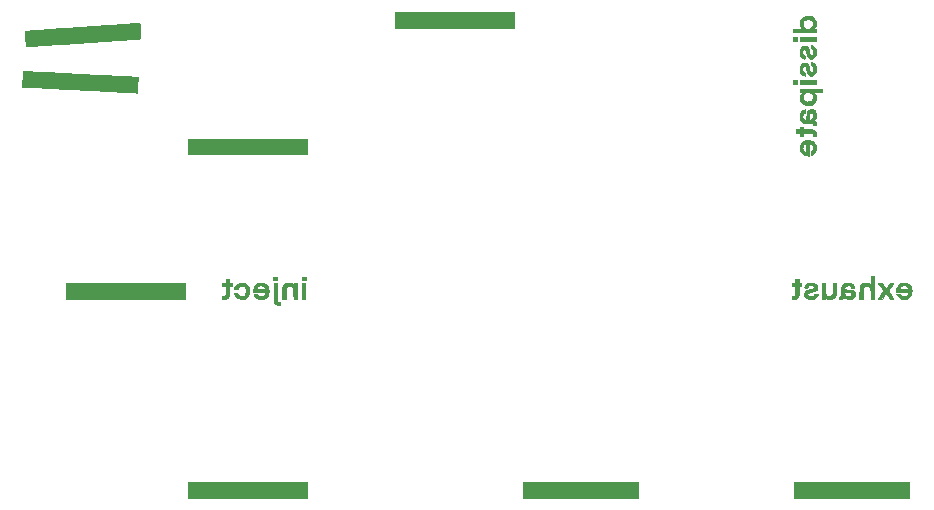
<source format=gbr>
G04 #@! TF.FileFunction,Legend,Bot*
%FSLAX46Y46*%
G04 Gerber Fmt 4.6, Leading zero omitted, Abs format (unit mm)*
G04 Created by KiCad (PCBNEW 4.0.7) date 04/10/18 01:40:05*
%MOMM*%
%LPD*%
G01*
G04 APERTURE LIST*
%ADD10C,0.100000*%
%ADD11C,0.010000*%
%ADD12O,1.800000X1.200000*%
%ADD13O,1.050000X1.350000*%
%ADD14C,1.050000*%
%ADD15C,2.900000*%
G04 APERTURE END LIST*
D10*
D11*
G36*
X178011667Y-119126000D02*
X187748334Y-119126000D01*
X187748334Y-117813666D01*
X178011667Y-117813666D01*
X178011667Y-119126000D01*
X178011667Y-119126000D01*
G37*
X178011667Y-119126000D02*
X187748334Y-119126000D01*
X187748334Y-117813666D01*
X178011667Y-117813666D01*
X178011667Y-119126000D01*
G36*
X155130500Y-119126000D02*
X164867167Y-119126000D01*
X164867167Y-117813666D01*
X155130500Y-117813666D01*
X155130500Y-119126000D01*
X155130500Y-119126000D01*
G37*
X155130500Y-119126000D02*
X164867167Y-119126000D01*
X164867167Y-117813666D01*
X155130500Y-117813666D01*
X155130500Y-119126000D01*
G36*
X126746000Y-119126000D02*
X136842500Y-119126000D01*
X136842500Y-117792500D01*
X126746000Y-117792500D01*
X126746000Y-119126000D01*
X126746000Y-119126000D01*
G37*
X126746000Y-119126000D02*
X136842500Y-119126000D01*
X136842500Y-117792500D01*
X126746000Y-117792500D01*
X126746000Y-119126000D01*
G36*
X133985000Y-101743205D02*
X133985129Y-101949807D01*
X133985643Y-102118425D01*
X133986739Y-102253404D01*
X133988612Y-102359094D01*
X133991458Y-102439842D01*
X133995472Y-102499995D01*
X134000850Y-102543901D01*
X134007786Y-102575907D01*
X134016477Y-102600362D01*
X134024246Y-102616330D01*
X134089191Y-102699368D01*
X134181727Y-102753946D01*
X134304290Y-102781214D01*
X134381875Y-102784985D01*
X134535334Y-102785333D01*
X134535334Y-102531333D01*
X134432781Y-102531333D01*
X134389329Y-102531447D01*
X134353848Y-102529196D01*
X134325532Y-102520692D01*
X134303574Y-102502043D01*
X134287168Y-102469362D01*
X134275508Y-102418759D01*
X134267786Y-102346344D01*
X134263197Y-102248228D01*
X134260933Y-102120521D01*
X134260189Y-101959334D01*
X134260158Y-101760779D01*
X134260167Y-101698874D01*
X134260167Y-100943833D01*
X133985000Y-100943833D01*
X133985000Y-101743205D01*
X133985000Y-101743205D01*
G37*
X133985000Y-101743205D02*
X133985129Y-101949807D01*
X133985643Y-102118425D01*
X133986739Y-102253404D01*
X133988612Y-102359094D01*
X133991458Y-102439842D01*
X133995472Y-102499995D01*
X134000850Y-102543901D01*
X134007786Y-102575907D01*
X134016477Y-102600362D01*
X134024246Y-102616330D01*
X134089191Y-102699368D01*
X134181727Y-102753946D01*
X134304290Y-102781214D01*
X134381875Y-102784985D01*
X134535334Y-102785333D01*
X134535334Y-102531333D01*
X134432781Y-102531333D01*
X134389329Y-102531447D01*
X134353848Y-102529196D01*
X134325532Y-102520692D01*
X134303574Y-102502043D01*
X134287168Y-102469362D01*
X134275508Y-102418759D01*
X134267786Y-102346344D01*
X134263197Y-102248228D01*
X134260933Y-102120521D01*
X134260189Y-101959334D01*
X134260158Y-101760779D01*
X134260167Y-101698874D01*
X134260167Y-100943833D01*
X133985000Y-100943833D01*
X133985000Y-101743205D01*
G36*
X187186259Y-100923971D02*
X187054503Y-100963693D01*
X186923792Y-101043706D01*
X186818708Y-101154132D01*
X186742702Y-101289322D01*
X186699228Y-101443628D01*
X186690000Y-101560097D01*
X186690000Y-101684666D01*
X187706000Y-101684666D01*
X187706000Y-101730900D01*
X187690780Y-101803074D01*
X187651650Y-101884121D01*
X187598408Y-101957306D01*
X187547208Y-102002192D01*
X187439579Y-102047379D01*
X187324225Y-102060049D01*
X187211265Y-102042008D01*
X187110820Y-101995061D01*
X187033009Y-101921015D01*
X187024748Y-101908976D01*
X186995568Y-101867543D01*
X186967275Y-101844892D01*
X186926256Y-101835325D01*
X186858894Y-101833142D01*
X186843459Y-101833095D01*
X186763417Y-101836027D01*
X186721148Y-101849875D01*
X186712274Y-101881621D01*
X186732419Y-101938245D01*
X186752253Y-101978555D01*
X186820065Y-102074644D01*
X186916842Y-102163215D01*
X187029426Y-102232533D01*
X187045217Y-102239819D01*
X187126516Y-102264881D01*
X187231184Y-102282462D01*
X187342422Y-102291105D01*
X187443432Y-102289354D01*
X187504917Y-102279674D01*
X187662834Y-102217651D01*
X187791693Y-102125312D01*
X187890466Y-102003549D01*
X187941652Y-101900021D01*
X187969670Y-101811786D01*
X187984410Y-101717147D01*
X187988646Y-101600000D01*
X187977566Y-101473000D01*
X187710590Y-101473000D01*
X186968122Y-101473000D01*
X186986069Y-101410424D01*
X187037763Y-101292575D01*
X187115609Y-101207625D01*
X187167179Y-101176217D01*
X187286127Y-101139308D01*
X187402909Y-101140308D01*
X187510331Y-101175973D01*
X187601201Y-101243058D01*
X187668325Y-101338317D01*
X187696062Y-101414791D01*
X187710590Y-101473000D01*
X187977566Y-101473000D01*
X187972718Y-101417439D01*
X187924592Y-101262073D01*
X187843761Y-101133023D01*
X187729713Y-101029413D01*
X187621334Y-100967527D01*
X187487297Y-100925166D01*
X187337015Y-100910612D01*
X187186259Y-100923971D01*
X187186259Y-100923971D01*
G37*
X187186259Y-100923971D02*
X187054503Y-100963693D01*
X186923792Y-101043706D01*
X186818708Y-101154132D01*
X186742702Y-101289322D01*
X186699228Y-101443628D01*
X186690000Y-101560097D01*
X186690000Y-101684666D01*
X187706000Y-101684666D01*
X187706000Y-101730900D01*
X187690780Y-101803074D01*
X187651650Y-101884121D01*
X187598408Y-101957306D01*
X187547208Y-102002192D01*
X187439579Y-102047379D01*
X187324225Y-102060049D01*
X187211265Y-102042008D01*
X187110820Y-101995061D01*
X187033009Y-101921015D01*
X187024748Y-101908976D01*
X186995568Y-101867543D01*
X186967275Y-101844892D01*
X186926256Y-101835325D01*
X186858894Y-101833142D01*
X186843459Y-101833095D01*
X186763417Y-101836027D01*
X186721148Y-101849875D01*
X186712274Y-101881621D01*
X186732419Y-101938245D01*
X186752253Y-101978555D01*
X186820065Y-102074644D01*
X186916842Y-102163215D01*
X187029426Y-102232533D01*
X187045217Y-102239819D01*
X187126516Y-102264881D01*
X187231184Y-102282462D01*
X187342422Y-102291105D01*
X187443432Y-102289354D01*
X187504917Y-102279674D01*
X187662834Y-102217651D01*
X187791693Y-102125312D01*
X187890466Y-102003549D01*
X187941652Y-101900021D01*
X187969670Y-101811786D01*
X187984410Y-101717147D01*
X187988646Y-101600000D01*
X187977566Y-101473000D01*
X187710590Y-101473000D01*
X186968122Y-101473000D01*
X186986069Y-101410424D01*
X187037763Y-101292575D01*
X187115609Y-101207625D01*
X187167179Y-101176217D01*
X187286127Y-101139308D01*
X187402909Y-101140308D01*
X187510331Y-101175973D01*
X187601201Y-101243058D01*
X187668325Y-101338317D01*
X187696062Y-101414791D01*
X187710590Y-101473000D01*
X187977566Y-101473000D01*
X187972718Y-101417439D01*
X187924592Y-101262073D01*
X187843761Y-101133023D01*
X187729713Y-101029413D01*
X187621334Y-100967527D01*
X187487297Y-100925166D01*
X187337015Y-100910612D01*
X187186259Y-100923971D01*
G36*
X182448895Y-100925090D02*
X182310976Y-100963465D01*
X182197528Y-101030641D01*
X182184878Y-101041102D01*
X182133299Y-101089772D01*
X182093872Y-101140487D01*
X182064821Y-101199882D01*
X182044371Y-101274588D01*
X182030746Y-101371238D01*
X182022169Y-101496465D01*
X182016866Y-101656902D01*
X182016569Y-101669735D01*
X182008022Y-102046387D01*
X181946594Y-102058672D01*
X181909719Y-102069368D01*
X181891614Y-102090360D01*
X181885660Y-102134091D01*
X181885167Y-102174145D01*
X181885167Y-102277333D01*
X181981097Y-102277333D01*
X182085338Y-102265854D01*
X182172587Y-102234270D01*
X182232887Y-102186862D01*
X182248094Y-102162581D01*
X182272448Y-102109129D01*
X182343093Y-102171155D01*
X182445759Y-102236169D01*
X182572736Y-102278164D01*
X182711499Y-102294988D01*
X182849526Y-102284487D01*
X182912194Y-102268998D01*
X183035356Y-102213247D01*
X183123349Y-102133980D01*
X183176456Y-102030778D01*
X183194959Y-101903223D01*
X183193956Y-101872632D01*
X182901167Y-101872632D01*
X182887478Y-101957676D01*
X182844632Y-102016699D01*
X182769959Y-102051722D01*
X182660791Y-102064766D01*
X182647167Y-102064943D01*
X182536891Y-102053882D01*
X182461765Y-102023447D01*
X182381299Y-101952948D01*
X182327678Y-101861491D01*
X182308580Y-101764041D01*
X182308500Y-101684666D01*
X182518789Y-101684666D01*
X182659649Y-101689026D01*
X182763488Y-101703598D01*
X182834859Y-101730620D01*
X182878317Y-101772332D01*
X182898417Y-101830972D01*
X182901167Y-101872632D01*
X183193956Y-101872632D01*
X183193296Y-101852536D01*
X183174756Y-101742566D01*
X183132638Y-101659555D01*
X183059568Y-101591969D01*
X183005125Y-101558095D01*
X182964284Y-101537054D01*
X182923241Y-101522119D01*
X182873271Y-101511958D01*
X182805647Y-101505240D01*
X182711639Y-101500633D01*
X182607665Y-101497469D01*
X182303579Y-101489331D01*
X182313904Y-101381881D01*
X182326987Y-101306050D01*
X182354080Y-101253029D01*
X182389512Y-101216100D01*
X182483537Y-101158431D01*
X182589398Y-101136397D01*
X182696567Y-101149687D01*
X182794518Y-101197990D01*
X182830870Y-101229136D01*
X182873002Y-101278070D01*
X182898100Y-101320356D01*
X182901167Y-101333300D01*
X182909321Y-101352693D01*
X182939551Y-101363146D01*
X183000516Y-101366967D01*
X183028167Y-101367166D01*
X183098536Y-101366072D01*
X183136526Y-101359983D01*
X183152086Y-101344687D01*
X183155162Y-101315974D01*
X183155167Y-101313406D01*
X183141145Y-101244626D01*
X183104880Y-101164130D01*
X183055079Y-101089091D01*
X183024672Y-101055992D01*
X182922251Y-100986128D01*
X182792793Y-100937930D01*
X182647710Y-100915351D01*
X182615668Y-100914226D01*
X182448895Y-100925090D01*
X182448895Y-100925090D01*
G37*
X182448895Y-100925090D02*
X182310976Y-100963465D01*
X182197528Y-101030641D01*
X182184878Y-101041102D01*
X182133299Y-101089772D01*
X182093872Y-101140487D01*
X182064821Y-101199882D01*
X182044371Y-101274588D01*
X182030746Y-101371238D01*
X182022169Y-101496465D01*
X182016866Y-101656902D01*
X182016569Y-101669735D01*
X182008022Y-102046387D01*
X181946594Y-102058672D01*
X181909719Y-102069368D01*
X181891614Y-102090360D01*
X181885660Y-102134091D01*
X181885167Y-102174145D01*
X181885167Y-102277333D01*
X181981097Y-102277333D01*
X182085338Y-102265854D01*
X182172587Y-102234270D01*
X182232887Y-102186862D01*
X182248094Y-102162581D01*
X182272448Y-102109129D01*
X182343093Y-102171155D01*
X182445759Y-102236169D01*
X182572736Y-102278164D01*
X182711499Y-102294988D01*
X182849526Y-102284487D01*
X182912194Y-102268998D01*
X183035356Y-102213247D01*
X183123349Y-102133980D01*
X183176456Y-102030778D01*
X183194959Y-101903223D01*
X183193956Y-101872632D01*
X182901167Y-101872632D01*
X182887478Y-101957676D01*
X182844632Y-102016699D01*
X182769959Y-102051722D01*
X182660791Y-102064766D01*
X182647167Y-102064943D01*
X182536891Y-102053882D01*
X182461765Y-102023447D01*
X182381299Y-101952948D01*
X182327678Y-101861491D01*
X182308580Y-101764041D01*
X182308500Y-101684666D01*
X182518789Y-101684666D01*
X182659649Y-101689026D01*
X182763488Y-101703598D01*
X182834859Y-101730620D01*
X182878317Y-101772332D01*
X182898417Y-101830972D01*
X182901167Y-101872632D01*
X183193956Y-101872632D01*
X183193296Y-101852536D01*
X183174756Y-101742566D01*
X183132638Y-101659555D01*
X183059568Y-101591969D01*
X183005125Y-101558095D01*
X182964284Y-101537054D01*
X182923241Y-101522119D01*
X182873271Y-101511958D01*
X182805647Y-101505240D01*
X182711639Y-101500633D01*
X182607665Y-101497469D01*
X182303579Y-101489331D01*
X182313904Y-101381881D01*
X182326987Y-101306050D01*
X182354080Y-101253029D01*
X182389512Y-101216100D01*
X182483537Y-101158431D01*
X182589398Y-101136397D01*
X182696567Y-101149687D01*
X182794518Y-101197990D01*
X182830870Y-101229136D01*
X182873002Y-101278070D01*
X182898100Y-101320356D01*
X182901167Y-101333300D01*
X182909321Y-101352693D01*
X182939551Y-101363146D01*
X183000516Y-101366967D01*
X183028167Y-101367166D01*
X183098536Y-101366072D01*
X183136526Y-101359983D01*
X183152086Y-101344687D01*
X183155162Y-101315974D01*
X183155167Y-101313406D01*
X183141145Y-101244626D01*
X183104880Y-101164130D01*
X183055079Y-101089091D01*
X183024672Y-101055992D01*
X182922251Y-100986128D01*
X182792793Y-100937930D01*
X182647710Y-100915351D01*
X182615668Y-100914226D01*
X182448895Y-100925090D01*
G36*
X180403500Y-102277333D02*
X180530500Y-102277333D01*
X180600806Y-102276414D01*
X180638755Y-102270516D01*
X180654321Y-102254928D01*
X180657480Y-102224941D01*
X180657500Y-102217361D01*
X180662292Y-102164181D01*
X180680521Y-102145678D01*
X180717964Y-102160377D01*
X180760551Y-102191069D01*
X180884685Y-102263077D01*
X181021250Y-102295020D01*
X181171254Y-102287072D01*
X181233484Y-102273234D01*
X181316983Y-102235069D01*
X181403737Y-102169695D01*
X181480673Y-102088959D01*
X181534717Y-102004708D01*
X181538070Y-101997220D01*
X181550921Y-101961963D01*
X181560925Y-101919427D01*
X181568559Y-101863626D01*
X181574302Y-101788575D01*
X181578631Y-101688288D01*
X181582023Y-101556780D01*
X181584546Y-101414791D01*
X181592244Y-100922666D01*
X181313667Y-100922666D01*
X181313549Y-101340708D01*
X181312466Y-101474781D01*
X181309520Y-101598997D01*
X181305053Y-101705356D01*
X181299406Y-101785858D01*
X181292920Y-101832504D01*
X181292516Y-101834036D01*
X181262568Y-101899352D01*
X181216168Y-101961993D01*
X181207989Y-101970267D01*
X181130625Y-102018152D01*
X181033437Y-102041669D01*
X180932183Y-102039385D01*
X180842622Y-102009868D01*
X180833276Y-102004344D01*
X180789043Y-101974768D01*
X180754871Y-101944681D01*
X180729304Y-101908293D01*
X180710888Y-101859814D01*
X180698165Y-101793454D01*
X180689682Y-101703422D01*
X180683981Y-101583928D01*
X180679607Y-101429183D01*
X180678667Y-101389350D01*
X180668084Y-100933250D01*
X180403500Y-100920646D01*
X180403500Y-102277333D01*
X180403500Y-102277333D01*
G37*
X180403500Y-102277333D02*
X180530500Y-102277333D01*
X180600806Y-102276414D01*
X180638755Y-102270516D01*
X180654321Y-102254928D01*
X180657480Y-102224941D01*
X180657500Y-102217361D01*
X180662292Y-102164181D01*
X180680521Y-102145678D01*
X180717964Y-102160377D01*
X180760551Y-102191069D01*
X180884685Y-102263077D01*
X181021250Y-102295020D01*
X181171254Y-102287072D01*
X181233484Y-102273234D01*
X181316983Y-102235069D01*
X181403737Y-102169695D01*
X181480673Y-102088959D01*
X181534717Y-102004708D01*
X181538070Y-101997220D01*
X181550921Y-101961963D01*
X181560925Y-101919427D01*
X181568559Y-101863626D01*
X181574302Y-101788575D01*
X181578631Y-101688288D01*
X181582023Y-101556780D01*
X181584546Y-101414791D01*
X181592244Y-100922666D01*
X181313667Y-100922666D01*
X181313549Y-101340708D01*
X181312466Y-101474781D01*
X181309520Y-101598997D01*
X181305053Y-101705356D01*
X181299406Y-101785858D01*
X181292920Y-101832504D01*
X181292516Y-101834036D01*
X181262568Y-101899352D01*
X181216168Y-101961993D01*
X181207989Y-101970267D01*
X181130625Y-102018152D01*
X181033437Y-102041669D01*
X180932183Y-102039385D01*
X180842622Y-102009868D01*
X180833276Y-102004344D01*
X180789043Y-101974768D01*
X180754871Y-101944681D01*
X180729304Y-101908293D01*
X180710888Y-101859814D01*
X180698165Y-101793454D01*
X180689682Y-101703422D01*
X180683981Y-101583928D01*
X180679607Y-101429183D01*
X180678667Y-101389350D01*
X180668084Y-100933250D01*
X180403500Y-100920646D01*
X180403500Y-102277333D01*
G36*
X179290345Y-100930929D02*
X179148248Y-100971965D01*
X179037092Y-101038636D01*
X178958678Y-101130083D01*
X178940999Y-101163989D01*
X178908819Y-101241567D01*
X178901308Y-101289252D01*
X178922690Y-101314218D01*
X178977189Y-101323642D01*
X179035683Y-101324833D01*
X179109437Y-101323693D01*
X179152556Y-101317165D01*
X179176731Y-101300587D01*
X179193653Y-101269295D01*
X179197414Y-101260335D01*
X179247963Y-101191749D01*
X179330800Y-101146166D01*
X179441244Y-101125963D01*
X179463583Y-101125206D01*
X179576095Y-101136710D01*
X179656319Y-101174974D01*
X179705094Y-101240401D01*
X179705526Y-101241435D01*
X179722213Y-101306122D01*
X179710863Y-101358561D01*
X179668357Y-101401165D01*
X179591572Y-101436344D01*
X179477388Y-101466513D01*
X179393547Y-101482534D01*
X179259182Y-101508010D01*
X179158220Y-101532810D01*
X179081866Y-101559648D01*
X179021323Y-101591240D01*
X179003818Y-101602820D01*
X178938064Y-101672606D01*
X178895982Y-101767425D01*
X178880170Y-101875595D01*
X178893226Y-101985433D01*
X178908621Y-102030887D01*
X178967609Y-102119922D01*
X179059430Y-102193511D01*
X179176621Y-102249184D01*
X179311720Y-102284472D01*
X179457264Y-102296906D01*
X179605790Y-102284016D01*
X179647480Y-102275394D01*
X179793651Y-102223953D01*
X179907515Y-102146547D01*
X179987994Y-102044139D01*
X180030517Y-101933375D01*
X180044474Y-101875166D01*
X179901195Y-101875624D01*
X179824832Y-101876814D01*
X179779259Y-101882796D01*
X179752931Y-101898108D01*
X179734306Y-101927287D01*
X179726167Y-101944416D01*
X179669208Y-102019241D01*
X179582390Y-102065649D01*
X179468229Y-102082498D01*
X179424258Y-102081331D01*
X179313312Y-102063747D01*
X179237601Y-102026046D01*
X179193928Y-101965866D01*
X179179969Y-101900754D01*
X179181063Y-101849832D01*
X179196531Y-101810057D01*
X179231793Y-101778193D01*
X179292268Y-101751005D01*
X179383375Y-101725258D01*
X179510535Y-101697718D01*
X179524936Y-101694841D01*
X179680852Y-101658942D01*
X179799359Y-101619129D01*
X179885378Y-101572139D01*
X179943830Y-101514707D01*
X179979635Y-101443570D01*
X179993881Y-101383728D01*
X179995728Y-101258125D01*
X179960303Y-101148090D01*
X179890656Y-101056300D01*
X179789838Y-100985435D01*
X179660900Y-100938173D01*
X179506893Y-100917194D01*
X179461584Y-100916382D01*
X179290345Y-100930929D01*
X179290345Y-100930929D01*
G37*
X179290345Y-100930929D02*
X179148248Y-100971965D01*
X179037092Y-101038636D01*
X178958678Y-101130083D01*
X178940999Y-101163989D01*
X178908819Y-101241567D01*
X178901308Y-101289252D01*
X178922690Y-101314218D01*
X178977189Y-101323642D01*
X179035683Y-101324833D01*
X179109437Y-101323693D01*
X179152556Y-101317165D01*
X179176731Y-101300587D01*
X179193653Y-101269295D01*
X179197414Y-101260335D01*
X179247963Y-101191749D01*
X179330800Y-101146166D01*
X179441244Y-101125963D01*
X179463583Y-101125206D01*
X179576095Y-101136710D01*
X179656319Y-101174974D01*
X179705094Y-101240401D01*
X179705526Y-101241435D01*
X179722213Y-101306122D01*
X179710863Y-101358561D01*
X179668357Y-101401165D01*
X179591572Y-101436344D01*
X179477388Y-101466513D01*
X179393547Y-101482534D01*
X179259182Y-101508010D01*
X179158220Y-101532810D01*
X179081866Y-101559648D01*
X179021323Y-101591240D01*
X179003818Y-101602820D01*
X178938064Y-101672606D01*
X178895982Y-101767425D01*
X178880170Y-101875595D01*
X178893226Y-101985433D01*
X178908621Y-102030887D01*
X178967609Y-102119922D01*
X179059430Y-102193511D01*
X179176621Y-102249184D01*
X179311720Y-102284472D01*
X179457264Y-102296906D01*
X179605790Y-102284016D01*
X179647480Y-102275394D01*
X179793651Y-102223953D01*
X179907515Y-102146547D01*
X179987994Y-102044139D01*
X180030517Y-101933375D01*
X180044474Y-101875166D01*
X179901195Y-101875624D01*
X179824832Y-101876814D01*
X179779259Y-101882796D01*
X179752931Y-101898108D01*
X179734306Y-101927287D01*
X179726167Y-101944416D01*
X179669208Y-102019241D01*
X179582390Y-102065649D01*
X179468229Y-102082498D01*
X179424258Y-102081331D01*
X179313312Y-102063747D01*
X179237601Y-102026046D01*
X179193928Y-101965866D01*
X179179969Y-101900754D01*
X179181063Y-101849832D01*
X179196531Y-101810057D01*
X179231793Y-101778193D01*
X179292268Y-101751005D01*
X179383375Y-101725258D01*
X179510535Y-101697718D01*
X179524936Y-101694841D01*
X179680852Y-101658942D01*
X179799359Y-101619129D01*
X179885378Y-101572139D01*
X179943830Y-101514707D01*
X179979635Y-101443570D01*
X179993881Y-101383728D01*
X179995728Y-101258125D01*
X179960303Y-101148090D01*
X179890656Y-101056300D01*
X179789838Y-100985435D01*
X179660900Y-100938173D01*
X179506893Y-100917194D01*
X179461584Y-100916382D01*
X179290345Y-100930929D01*
G36*
X132739612Y-100931006D02*
X132619830Y-100969439D01*
X132519967Y-101020511D01*
X132514170Y-101024451D01*
X132414658Y-101117520D01*
X132334750Y-101240611D01*
X132278862Y-101384232D01*
X132251408Y-101538891D01*
X132249334Y-101593863D01*
X132249334Y-101684666D01*
X133285442Y-101684666D01*
X133272365Y-101753458D01*
X133235515Y-101869903D01*
X133172046Y-101956590D01*
X133076358Y-102020507D01*
X133048281Y-102033109D01*
X132931232Y-102061504D01*
X132813611Y-102053664D01*
X132705260Y-102012295D01*
X132616022Y-101940105D01*
X132590564Y-101907230D01*
X132560970Y-101866925D01*
X132532432Y-101844658D01*
X132491545Y-101835086D01*
X132424905Y-101832865D01*
X132403929Y-101832833D01*
X132330768Y-101833672D01*
X132291379Y-101838414D01*
X132277206Y-101850398D01*
X132279691Y-101872962D01*
X132281855Y-101880458D01*
X132341351Y-102009704D01*
X132432866Y-102118463D01*
X132549933Y-102203874D01*
X132686081Y-102263072D01*
X132834841Y-102293197D01*
X132989743Y-102291386D01*
X133135199Y-102257998D01*
X133282869Y-102187058D01*
X133399793Y-102087484D01*
X133485258Y-101960482D01*
X133538546Y-101807258D01*
X133558942Y-101629018D01*
X133557514Y-101546726D01*
X133539392Y-101423213D01*
X133265334Y-101423213D01*
X133265334Y-101473000D01*
X132540375Y-101473000D01*
X132553780Y-101405976D01*
X132589536Y-101316802D01*
X132653344Y-101233593D01*
X132732120Y-101172303D01*
X132754208Y-101161603D01*
X132841471Y-101140625D01*
X132941762Y-101139375D01*
X133037688Y-101156426D01*
X133111857Y-101190351D01*
X133112753Y-101191010D01*
X133175149Y-101249501D01*
X133227057Y-101319981D01*
X133259277Y-101388450D01*
X133265334Y-101423213D01*
X133539392Y-101423213D01*
X133531439Y-101369014D01*
X133473529Y-101219183D01*
X133384098Y-101097573D01*
X133263461Y-101004522D01*
X133111929Y-100940368D01*
X132967913Y-100909976D01*
X132861558Y-100909692D01*
X132739612Y-100931006D01*
X132739612Y-100931006D01*
G37*
X132739612Y-100931006D02*
X132619830Y-100969439D01*
X132519967Y-101020511D01*
X132514170Y-101024451D01*
X132414658Y-101117520D01*
X132334750Y-101240611D01*
X132278862Y-101384232D01*
X132251408Y-101538891D01*
X132249334Y-101593863D01*
X132249334Y-101684666D01*
X133285442Y-101684666D01*
X133272365Y-101753458D01*
X133235515Y-101869903D01*
X133172046Y-101956590D01*
X133076358Y-102020507D01*
X133048281Y-102033109D01*
X132931232Y-102061504D01*
X132813611Y-102053664D01*
X132705260Y-102012295D01*
X132616022Y-101940105D01*
X132590564Y-101907230D01*
X132560970Y-101866925D01*
X132532432Y-101844658D01*
X132491545Y-101835086D01*
X132424905Y-101832865D01*
X132403929Y-101832833D01*
X132330768Y-101833672D01*
X132291379Y-101838414D01*
X132277206Y-101850398D01*
X132279691Y-101872962D01*
X132281855Y-101880458D01*
X132341351Y-102009704D01*
X132432866Y-102118463D01*
X132549933Y-102203874D01*
X132686081Y-102263072D01*
X132834841Y-102293197D01*
X132989743Y-102291386D01*
X133135199Y-102257998D01*
X133282869Y-102187058D01*
X133399793Y-102087484D01*
X133485258Y-101960482D01*
X133538546Y-101807258D01*
X133558942Y-101629018D01*
X133557514Y-101546726D01*
X133539392Y-101423213D01*
X133265334Y-101423213D01*
X133265334Y-101473000D01*
X132540375Y-101473000D01*
X132553780Y-101405976D01*
X132589536Y-101316802D01*
X132653344Y-101233593D01*
X132732120Y-101172303D01*
X132754208Y-101161603D01*
X132841471Y-101140625D01*
X132941762Y-101139375D01*
X133037688Y-101156426D01*
X133111857Y-101190351D01*
X133112753Y-101191010D01*
X133175149Y-101249501D01*
X133227057Y-101319981D01*
X133259277Y-101388450D01*
X133265334Y-101423213D01*
X133539392Y-101423213D01*
X133531439Y-101369014D01*
X133473529Y-101219183D01*
X133384098Y-101097573D01*
X133263461Y-101004522D01*
X133111929Y-100940368D01*
X132967913Y-100909976D01*
X132861558Y-100909692D01*
X132739612Y-100931006D01*
G36*
X131167739Y-100914748D02*
X131090030Y-100930342D01*
X130931699Y-100989354D01*
X130804094Y-101077129D01*
X130707809Y-101193111D01*
X130643440Y-101336749D01*
X130639821Y-101348950D01*
X130622456Y-101409500D01*
X130774436Y-101409442D01*
X130926417Y-101409385D01*
X130968750Y-101331782D01*
X131041634Y-101237631D01*
X131136841Y-101178744D01*
X131251440Y-101156411D01*
X131349020Y-101164549D01*
X131444477Y-101202393D01*
X131522712Y-101271979D01*
X131581913Y-101365622D01*
X131620267Y-101475635D01*
X131635961Y-101594331D01*
X131627183Y-101714024D01*
X131592120Y-101827028D01*
X131528959Y-101925655D01*
X131528610Y-101926053D01*
X131445095Y-101999442D01*
X131351162Y-102036146D01*
X131236718Y-102040020D01*
X131231512Y-102039541D01*
X131123408Y-102014930D01*
X131039080Y-101960795D01*
X130969832Y-101871263D01*
X130961873Y-101857416D01*
X130912662Y-101769333D01*
X130766081Y-101769333D01*
X130693482Y-101770626D01*
X130641057Y-101774028D01*
X130619571Y-101778818D01*
X130619500Y-101779122D01*
X130628954Y-101817972D01*
X130652996Y-101879541D01*
X130685144Y-101949830D01*
X130718921Y-102014838D01*
X130747845Y-102060567D01*
X130752240Y-102065901D01*
X130877118Y-102176088D01*
X131022018Y-102251373D01*
X131180699Y-102290056D01*
X131346916Y-102290435D01*
X131476750Y-102263360D01*
X131624435Y-102198350D01*
X131743579Y-102102848D01*
X131832899Y-101978754D01*
X131891108Y-101827970D01*
X131916922Y-101652396D01*
X131918126Y-101610583D01*
X131907952Y-101446029D01*
X131872067Y-101308012D01*
X131807333Y-101187257D01*
X131751048Y-101116671D01*
X131630159Y-101012650D01*
X131488616Y-100943187D01*
X131332462Y-100909985D01*
X131167739Y-100914748D01*
X131167739Y-100914748D01*
G37*
X131167739Y-100914748D02*
X131090030Y-100930342D01*
X130931699Y-100989354D01*
X130804094Y-101077129D01*
X130707809Y-101193111D01*
X130643440Y-101336749D01*
X130639821Y-101348950D01*
X130622456Y-101409500D01*
X130774436Y-101409442D01*
X130926417Y-101409385D01*
X130968750Y-101331782D01*
X131041634Y-101237631D01*
X131136841Y-101178744D01*
X131251440Y-101156411D01*
X131349020Y-101164549D01*
X131444477Y-101202393D01*
X131522712Y-101271979D01*
X131581913Y-101365622D01*
X131620267Y-101475635D01*
X131635961Y-101594331D01*
X131627183Y-101714024D01*
X131592120Y-101827028D01*
X131528959Y-101925655D01*
X131528610Y-101926053D01*
X131445095Y-101999442D01*
X131351162Y-102036146D01*
X131236718Y-102040020D01*
X131231512Y-102039541D01*
X131123408Y-102014930D01*
X131039080Y-101960795D01*
X130969832Y-101871263D01*
X130961873Y-101857416D01*
X130912662Y-101769333D01*
X130766081Y-101769333D01*
X130693482Y-101770626D01*
X130641057Y-101774028D01*
X130619571Y-101778818D01*
X130619500Y-101779122D01*
X130628954Y-101817972D01*
X130652996Y-101879541D01*
X130685144Y-101949830D01*
X130718921Y-102014838D01*
X130747845Y-102060567D01*
X130752240Y-102065901D01*
X130877118Y-102176088D01*
X131022018Y-102251373D01*
X131180699Y-102290056D01*
X131346916Y-102290435D01*
X131476750Y-102263360D01*
X131624435Y-102198350D01*
X131743579Y-102102848D01*
X131832899Y-101978754D01*
X131891108Y-101827970D01*
X131916922Y-101652396D01*
X131918126Y-101610583D01*
X131907952Y-101446029D01*
X131872067Y-101308012D01*
X131807333Y-101187257D01*
X131751048Y-101116671D01*
X131630159Y-101012650D01*
X131488616Y-100943187D01*
X131332462Y-100909985D01*
X131167739Y-100914748D01*
G36*
X185969051Y-101176441D02*
X185910040Y-101262380D01*
X185859262Y-101334020D01*
X185821442Y-101384862D01*
X185801310Y-101408404D01*
X185799718Y-101409274D01*
X185784141Y-101392822D01*
X185749836Y-101347611D01*
X185701529Y-101280128D01*
X185643945Y-101196857D01*
X185630384Y-101176892D01*
X185472917Y-100944284D01*
X185307626Y-100944058D01*
X185222374Y-100945556D01*
X185173681Y-100950998D01*
X185155877Y-100961376D01*
X185157610Y-100970291D01*
X185174598Y-100995604D01*
X185211967Y-101048943D01*
X185265276Y-101124045D01*
X185330083Y-101214645D01*
X185382816Y-101287960D01*
X185451566Y-101384752D01*
X185510034Y-101469804D01*
X185554300Y-101537185D01*
X185580443Y-101580966D01*
X185585750Y-101594877D01*
X185572213Y-101616674D01*
X185538844Y-101667708D01*
X185489513Y-101742141D01*
X185428089Y-101834134D01*
X185361792Y-101932868D01*
X185292949Y-102035709D01*
X185233109Y-102126199D01*
X185185997Y-102198616D01*
X185155336Y-102247241D01*
X185144834Y-102266243D01*
X185164276Y-102271538D01*
X185215714Y-102275458D01*
X185288817Y-102277282D01*
X185304010Y-102277333D01*
X185463186Y-102277333D01*
X185626801Y-102023466D01*
X185685888Y-101932925D01*
X185736997Y-101856752D01*
X185775777Y-101801268D01*
X185797878Y-101772796D01*
X185801000Y-101770374D01*
X185815624Y-101787465D01*
X185848596Y-101833901D01*
X185895550Y-101903303D01*
X185952122Y-101989293D01*
X185974749Y-102024241D01*
X186137915Y-102277333D01*
X186297541Y-102277333D01*
X186373660Y-102276088D01*
X186430055Y-102272792D01*
X186456408Y-102268107D01*
X186457167Y-102267110D01*
X186445813Y-102247233D01*
X186414221Y-102198051D01*
X186366093Y-102125169D01*
X186305132Y-102034194D01*
X186235043Y-101930732D01*
X186232952Y-101927662D01*
X186163043Y-101822950D01*
X186103119Y-101729224D01*
X186056736Y-101652380D01*
X186027450Y-101598315D01*
X186018818Y-101572924D01*
X186018876Y-101572760D01*
X186034246Y-101547561D01*
X186070120Y-101494616D01*
X186122023Y-101420360D01*
X186185477Y-101331223D01*
X186228216Y-101271916D01*
X186296993Y-101176659D01*
X186357568Y-101092291D01*
X186405317Y-101025287D01*
X186435617Y-100982123D01*
X186443541Y-100970291D01*
X186442009Y-100956566D01*
X186413175Y-100948278D01*
X186351356Y-100944429D01*
X186293092Y-100943833D01*
X186126518Y-100943833D01*
X185969051Y-101176441D01*
X185969051Y-101176441D01*
G37*
X185969051Y-101176441D02*
X185910040Y-101262380D01*
X185859262Y-101334020D01*
X185821442Y-101384862D01*
X185801310Y-101408404D01*
X185799718Y-101409274D01*
X185784141Y-101392822D01*
X185749836Y-101347611D01*
X185701529Y-101280128D01*
X185643945Y-101196857D01*
X185630384Y-101176892D01*
X185472917Y-100944284D01*
X185307626Y-100944058D01*
X185222374Y-100945556D01*
X185173681Y-100950998D01*
X185155877Y-100961376D01*
X185157610Y-100970291D01*
X185174598Y-100995604D01*
X185211967Y-101048943D01*
X185265276Y-101124045D01*
X185330083Y-101214645D01*
X185382816Y-101287960D01*
X185451566Y-101384752D01*
X185510034Y-101469804D01*
X185554300Y-101537185D01*
X185580443Y-101580966D01*
X185585750Y-101594877D01*
X185572213Y-101616674D01*
X185538844Y-101667708D01*
X185489513Y-101742141D01*
X185428089Y-101834134D01*
X185361792Y-101932868D01*
X185292949Y-102035709D01*
X185233109Y-102126199D01*
X185185997Y-102198616D01*
X185155336Y-102247241D01*
X185144834Y-102266243D01*
X185164276Y-102271538D01*
X185215714Y-102275458D01*
X185288817Y-102277282D01*
X185304010Y-102277333D01*
X185463186Y-102277333D01*
X185626801Y-102023466D01*
X185685888Y-101932925D01*
X185736997Y-101856752D01*
X185775777Y-101801268D01*
X185797878Y-101772796D01*
X185801000Y-101770374D01*
X185815624Y-101787465D01*
X185848596Y-101833901D01*
X185895550Y-101903303D01*
X185952122Y-101989293D01*
X185974749Y-102024241D01*
X186137915Y-102277333D01*
X186297541Y-102277333D01*
X186373660Y-102276088D01*
X186430055Y-102272792D01*
X186456408Y-102268107D01*
X186457167Y-102267110D01*
X186445813Y-102247233D01*
X186414221Y-102198051D01*
X186366093Y-102125169D01*
X186305132Y-102034194D01*
X186235043Y-101930732D01*
X186232952Y-101927662D01*
X186163043Y-101822950D01*
X186103119Y-101729224D01*
X186056736Y-101652380D01*
X186027450Y-101598315D01*
X186018818Y-101572924D01*
X186018876Y-101572760D01*
X186034246Y-101547561D01*
X186070120Y-101494616D01*
X186122023Y-101420360D01*
X186185477Y-101331223D01*
X186228216Y-101271916D01*
X186296993Y-101176659D01*
X186357568Y-101092291D01*
X186405317Y-101025287D01*
X186435617Y-100982123D01*
X186443541Y-100970291D01*
X186442009Y-100956566D01*
X186413175Y-100948278D01*
X186351356Y-100944429D01*
X186293092Y-100943833D01*
X186126518Y-100943833D01*
X185969051Y-101176441D01*
G36*
X184531000Y-101096385D02*
X184456823Y-101031256D01*
X184343442Y-100958789D01*
X184208851Y-100917943D01*
X184062405Y-100911049D01*
X184003153Y-100918227D01*
X183861232Y-100958827D01*
X183749191Y-101028254D01*
X183664220Y-101128440D01*
X183643157Y-101165615D01*
X183626076Y-101200089D01*
X183612942Y-101232800D01*
X183603148Y-101269846D01*
X183596083Y-101317322D01*
X183591140Y-101381325D01*
X183587709Y-101467954D01*
X183585181Y-101583304D01*
X183582948Y-101733473D01*
X183582407Y-101773963D01*
X183575731Y-102277333D01*
X183850656Y-102277333D01*
X183857453Y-101827541D01*
X183860674Y-101661443D01*
X183865591Y-101532031D01*
X183873536Y-101433659D01*
X183885838Y-101360680D01*
X183903829Y-101307448D01*
X183928838Y-101268318D01*
X183962197Y-101237644D01*
X184002677Y-101211285D01*
X184084546Y-101182829D01*
X184184159Y-101176098D01*
X184283330Y-101190432D01*
X184362684Y-101224363D01*
X184411870Y-101260310D01*
X184449719Y-101297529D01*
X184477823Y-101342052D01*
X184497773Y-101399914D01*
X184511158Y-101477149D01*
X184519570Y-101579790D01*
X184524599Y-101713872D01*
X184527269Y-101848708D01*
X184534121Y-102277333D01*
X184806167Y-102277333D01*
X184806167Y-100330000D01*
X184531000Y-100330000D01*
X184531000Y-101096385D01*
X184531000Y-101096385D01*
G37*
X184531000Y-101096385D02*
X184456823Y-101031256D01*
X184343442Y-100958789D01*
X184208851Y-100917943D01*
X184062405Y-100911049D01*
X184003153Y-100918227D01*
X183861232Y-100958827D01*
X183749191Y-101028254D01*
X183664220Y-101128440D01*
X183643157Y-101165615D01*
X183626076Y-101200089D01*
X183612942Y-101232800D01*
X183603148Y-101269846D01*
X183596083Y-101317322D01*
X183591140Y-101381325D01*
X183587709Y-101467954D01*
X183585181Y-101583304D01*
X183582948Y-101733473D01*
X183582407Y-101773963D01*
X183575731Y-102277333D01*
X183850656Y-102277333D01*
X183857453Y-101827541D01*
X183860674Y-101661443D01*
X183865591Y-101532031D01*
X183873536Y-101433659D01*
X183885838Y-101360680D01*
X183903829Y-101307448D01*
X183928838Y-101268318D01*
X183962197Y-101237644D01*
X184002677Y-101211285D01*
X184084546Y-101182829D01*
X184184159Y-101176098D01*
X184283330Y-101190432D01*
X184362684Y-101224363D01*
X184411870Y-101260310D01*
X184449719Y-101297529D01*
X184477823Y-101342052D01*
X184497773Y-101399914D01*
X184511158Y-101477149D01*
X184519570Y-101579790D01*
X184524599Y-101713872D01*
X184527269Y-101848708D01*
X184534121Y-102277333D01*
X184806167Y-102277333D01*
X184806167Y-100330000D01*
X184531000Y-100330000D01*
X184531000Y-101096385D01*
G36*
X178149250Y-100933250D02*
X177995792Y-100939468D01*
X177842334Y-100945687D01*
X177842334Y-101197833D01*
X178159834Y-101197833D01*
X178159834Y-101558628D01*
X178159639Y-101690164D01*
X178158485Y-101786160D01*
X178155516Y-101853413D01*
X178149877Y-101898715D01*
X178140713Y-101928862D01*
X178127169Y-101950649D01*
X178108388Y-101970869D01*
X178107879Y-101971378D01*
X178063666Y-102005144D01*
X178009092Y-102020469D01*
X177949129Y-102023333D01*
X177842334Y-102023333D01*
X177842334Y-102277333D01*
X177985209Y-102274877D01*
X178065077Y-102272134D01*
X178132642Y-102267394D01*
X178170417Y-102262206D01*
X178280109Y-102220357D01*
X178357799Y-102153935D01*
X178391732Y-102099349D01*
X178406969Y-102064228D01*
X178418175Y-102026347D01*
X178425958Y-101978762D01*
X178430923Y-101914529D01*
X178433677Y-101826703D01*
X178434826Y-101708341D01*
X178435000Y-101603900D01*
X178435000Y-101197833D01*
X178667834Y-101197833D01*
X178667834Y-100943833D01*
X178598460Y-100943833D01*
X178533892Y-100933651D01*
X178482044Y-100910883D01*
X178456702Y-100887703D01*
X178442428Y-100855140D01*
X178436208Y-100801663D01*
X178435000Y-100730966D01*
X178435000Y-100584000D01*
X178161546Y-100584000D01*
X178149250Y-100933250D01*
X178149250Y-100933250D01*
G37*
X178149250Y-100933250D02*
X177995792Y-100939468D01*
X177842334Y-100945687D01*
X177842334Y-101197833D01*
X178159834Y-101197833D01*
X178159834Y-101558628D01*
X178159639Y-101690164D01*
X178158485Y-101786160D01*
X178155516Y-101853413D01*
X178149877Y-101898715D01*
X178140713Y-101928862D01*
X178127169Y-101950649D01*
X178108388Y-101970869D01*
X178107879Y-101971378D01*
X178063666Y-102005144D01*
X178009092Y-102020469D01*
X177949129Y-102023333D01*
X177842334Y-102023333D01*
X177842334Y-102277333D01*
X177985209Y-102274877D01*
X178065077Y-102272134D01*
X178132642Y-102267394D01*
X178170417Y-102262206D01*
X178280109Y-102220357D01*
X178357799Y-102153935D01*
X178391732Y-102099349D01*
X178406969Y-102064228D01*
X178418175Y-102026347D01*
X178425958Y-101978762D01*
X178430923Y-101914529D01*
X178433677Y-101826703D01*
X178434826Y-101708341D01*
X178435000Y-101603900D01*
X178435000Y-101197833D01*
X178667834Y-101197833D01*
X178667834Y-100943833D01*
X178598460Y-100943833D01*
X178533892Y-100933651D01*
X178482044Y-100910883D01*
X178456702Y-100887703D01*
X178442428Y-100855140D01*
X178436208Y-100801663D01*
X178435000Y-100730966D01*
X178435000Y-100584000D01*
X178161546Y-100584000D01*
X178149250Y-100933250D01*
G36*
X136398000Y-102277333D02*
X136673167Y-102277333D01*
X136673167Y-100943833D01*
X136398000Y-100943833D01*
X136398000Y-102277333D01*
X136398000Y-102277333D01*
G37*
X136398000Y-102277333D02*
X136673167Y-102277333D01*
X136673167Y-100943833D01*
X136398000Y-100943833D01*
X136398000Y-102277333D01*
G36*
X135149908Y-100918289D02*
X135082874Y-100928899D01*
X134971676Y-100972331D01*
X134871620Y-101050452D01*
X134791610Y-101155681D01*
X134771616Y-101194009D01*
X134753416Y-101233908D01*
X134739628Y-101269995D01*
X134729638Y-101308749D01*
X134722836Y-101356645D01*
X134718607Y-101420162D01*
X134716342Y-101505776D01*
X134715427Y-101619965D01*
X134715251Y-101769206D01*
X134715250Y-101790500D01*
X134715250Y-102266750D01*
X134858125Y-102273008D01*
X135001000Y-102279267D01*
X135001000Y-101848868D01*
X135001263Y-101702044D01*
X135002457Y-101590859D01*
X135005191Y-101508621D01*
X135010075Y-101448639D01*
X135017717Y-101404220D01*
X135028727Y-101368671D01*
X135043714Y-101335301D01*
X135048625Y-101325592D01*
X135116382Y-101234260D01*
X135204954Y-101177608D01*
X135308588Y-101157362D01*
X135421526Y-101175248D01*
X135476322Y-101197383D01*
X135527905Y-101224844D01*
X135567955Y-101254907D01*
X135598090Y-101293165D01*
X135619930Y-101345213D01*
X135635092Y-101416645D01*
X135645197Y-101513052D01*
X135651862Y-101640030D01*
X135656707Y-101803171D01*
X135657167Y-101822250D01*
X135667750Y-102266750D01*
X135810625Y-102273008D01*
X135953500Y-102279267D01*
X135953500Y-100941813D01*
X135821209Y-100948114D01*
X135748989Y-100952426D01*
X135708513Y-100960423D01*
X135689240Y-100977787D01*
X135680628Y-101010201D01*
X135678334Y-101025133D01*
X135667750Y-101095849D01*
X135616936Y-101041540D01*
X135532522Y-100979193D01*
X135419740Y-100936433D01*
X135288799Y-100915414D01*
X135149908Y-100918289D01*
X135149908Y-100918289D01*
G37*
X135149908Y-100918289D02*
X135082874Y-100928899D01*
X134971676Y-100972331D01*
X134871620Y-101050452D01*
X134791610Y-101155681D01*
X134771616Y-101194009D01*
X134753416Y-101233908D01*
X134739628Y-101269995D01*
X134729638Y-101308749D01*
X134722836Y-101356645D01*
X134718607Y-101420162D01*
X134716342Y-101505776D01*
X134715427Y-101619965D01*
X134715251Y-101769206D01*
X134715250Y-101790500D01*
X134715250Y-102266750D01*
X134858125Y-102273008D01*
X135001000Y-102279267D01*
X135001000Y-101848868D01*
X135001263Y-101702044D01*
X135002457Y-101590859D01*
X135005191Y-101508621D01*
X135010075Y-101448639D01*
X135017717Y-101404220D01*
X135028727Y-101368671D01*
X135043714Y-101335301D01*
X135048625Y-101325592D01*
X135116382Y-101234260D01*
X135204954Y-101177608D01*
X135308588Y-101157362D01*
X135421526Y-101175248D01*
X135476322Y-101197383D01*
X135527905Y-101224844D01*
X135567955Y-101254907D01*
X135598090Y-101293165D01*
X135619930Y-101345213D01*
X135635092Y-101416645D01*
X135645197Y-101513052D01*
X135651862Y-101640030D01*
X135656707Y-101803171D01*
X135657167Y-101822250D01*
X135667750Y-102266750D01*
X135810625Y-102273008D01*
X135953500Y-102279267D01*
X135953500Y-100941813D01*
X135821209Y-100948114D01*
X135748989Y-100952426D01*
X135708513Y-100960423D01*
X135689240Y-100977787D01*
X135680628Y-101010201D01*
X135678334Y-101025133D01*
X135667750Y-101095849D01*
X135616936Y-101041540D01*
X135532522Y-100979193D01*
X135419740Y-100936433D01*
X135288799Y-100915414D01*
X135149908Y-100918289D01*
G36*
X129921000Y-100943833D02*
X129601388Y-100943833D01*
X129607736Y-101065541D01*
X129614084Y-101187250D01*
X129767542Y-101193468D01*
X129921000Y-101199687D01*
X129921000Y-101569177D01*
X129920667Y-101703599D01*
X129919220Y-101802237D01*
X129915985Y-101871634D01*
X129910289Y-101918337D01*
X129901460Y-101948892D01*
X129888825Y-101969843D01*
X129878667Y-101981000D01*
X129832696Y-102010354D01*
X129764403Y-102022462D01*
X129730500Y-102023333D01*
X129624667Y-102023333D01*
X129624667Y-102277333D01*
X129767542Y-102276404D01*
X129856752Y-102271274D01*
X129942564Y-102258913D01*
X129995084Y-102245521D01*
X130061211Y-102215793D01*
X130113284Y-102175502D01*
X130152845Y-102119797D01*
X130181433Y-102043830D01*
X130200590Y-101942750D01*
X130211856Y-101811707D01*
X130216774Y-101645851D01*
X130217334Y-101546041D01*
X130217334Y-101197833D01*
X130429000Y-101197833D01*
X130429000Y-100943833D01*
X130364109Y-100943833D01*
X130295518Y-100938817D01*
X130252018Y-100918784D01*
X130228173Y-100876261D01*
X130218546Y-100803773D01*
X130217334Y-100742005D01*
X130217334Y-100584000D01*
X129921000Y-100584000D01*
X129921000Y-100943833D01*
X129921000Y-100943833D01*
G37*
X129921000Y-100943833D02*
X129601388Y-100943833D01*
X129607736Y-101065541D01*
X129614084Y-101187250D01*
X129767542Y-101193468D01*
X129921000Y-101199687D01*
X129921000Y-101569177D01*
X129920667Y-101703599D01*
X129919220Y-101802237D01*
X129915985Y-101871634D01*
X129910289Y-101918337D01*
X129901460Y-101948892D01*
X129888825Y-101969843D01*
X129878667Y-101981000D01*
X129832696Y-102010354D01*
X129764403Y-102022462D01*
X129730500Y-102023333D01*
X129624667Y-102023333D01*
X129624667Y-102277333D01*
X129767542Y-102276404D01*
X129856752Y-102271274D01*
X129942564Y-102258913D01*
X129995084Y-102245521D01*
X130061211Y-102215793D01*
X130113284Y-102175502D01*
X130152845Y-102119797D01*
X130181433Y-102043830D01*
X130200590Y-101942750D01*
X130211856Y-101811707D01*
X130216774Y-101645851D01*
X130217334Y-101546041D01*
X130217334Y-101197833D01*
X130429000Y-101197833D01*
X130429000Y-100943833D01*
X130364109Y-100943833D01*
X130295518Y-100938817D01*
X130252018Y-100918784D01*
X130228173Y-100876261D01*
X130218546Y-100803773D01*
X130217334Y-100742005D01*
X130217334Y-100584000D01*
X129921000Y-100584000D01*
X129921000Y-100943833D01*
G36*
X116400491Y-101605291D02*
X116406084Y-102266750D01*
X121459625Y-102272085D01*
X126513167Y-102277420D01*
X126513167Y-100943833D01*
X116394897Y-100943833D01*
X116400491Y-101605291D01*
X116400491Y-101605291D01*
G37*
X116400491Y-101605291D02*
X116406084Y-102266750D01*
X121459625Y-102272085D01*
X126513167Y-102277420D01*
X126513167Y-100943833D01*
X116394897Y-100943833D01*
X116400491Y-101605291D01*
G36*
X136376834Y-100689833D02*
X136694334Y-100689833D01*
X136694334Y-100393500D01*
X136376834Y-100393500D01*
X136376834Y-100689833D01*
X136376834Y-100689833D01*
G37*
X136376834Y-100689833D02*
X136694334Y-100689833D01*
X136694334Y-100393500D01*
X136376834Y-100393500D01*
X136376834Y-100689833D01*
G36*
X133963834Y-100689833D02*
X134108473Y-100689833D01*
X134183159Y-100687905D01*
X134240161Y-100682848D01*
X134267187Y-100675757D01*
X134267223Y-100675722D01*
X134274568Y-100648653D01*
X134279671Y-100592153D01*
X134281334Y-100527555D01*
X134281334Y-100393500D01*
X133963834Y-100393500D01*
X133963834Y-100689833D01*
X133963834Y-100689833D01*
G37*
X133963834Y-100689833D02*
X134108473Y-100689833D01*
X134183159Y-100687905D01*
X134240161Y-100682848D01*
X134267187Y-100675757D01*
X134267223Y-100675722D01*
X134274568Y-100648653D01*
X134279671Y-100592153D01*
X134281334Y-100527555D01*
X134281334Y-100393500D01*
X133963834Y-100393500D01*
X133963834Y-100689833D01*
G36*
X179069970Y-88846081D02*
X178909149Y-88882830D01*
X178774507Y-88951712D01*
X178664592Y-89053409D01*
X178596956Y-89152617D01*
X178562957Y-89219512D01*
X178542021Y-89281887D01*
X178530216Y-89355707D01*
X178523969Y-89448950D01*
X178527230Y-89609124D01*
X178555299Y-89741168D01*
X178611120Y-89853200D01*
X178697637Y-89953340D01*
X178711476Y-89966073D01*
X178818545Y-90045728D01*
X178938246Y-90099770D01*
X179081891Y-90132739D01*
X179147002Y-90140882D01*
X179281667Y-90154679D01*
X179281667Y-89484312D01*
X179091167Y-89484312D01*
X179091048Y-89624360D01*
X179089176Y-89726624D01*
X179083284Y-89795651D01*
X179071104Y-89835987D01*
X179050365Y-89852179D01*
X179018800Y-89848773D01*
X178974140Y-89830315D01*
X178929315Y-89808664D01*
X178833349Y-89741460D01*
X178771617Y-89649368D01*
X178744166Y-89532466D01*
X178742623Y-89492589D01*
X178760401Y-89365968D01*
X178811706Y-89261679D01*
X178893497Y-89183752D01*
X179002730Y-89136222D01*
X179013430Y-89133657D01*
X179091167Y-89116124D01*
X179091167Y-89484312D01*
X179281667Y-89484312D01*
X179281667Y-89108303D01*
X179350459Y-89122800D01*
X179470185Y-89161617D01*
X179558292Y-89222867D01*
X179610472Y-89290905D01*
X179651228Y-89394590D01*
X179662287Y-89506641D01*
X179645617Y-89616544D01*
X179603184Y-89713785D01*
X179536953Y-89787849D01*
X179514759Y-89802797D01*
X179480887Y-89825426D01*
X179461791Y-89850913D01*
X179453253Y-89891270D01*
X179451054Y-89958505D01*
X179451000Y-89984347D01*
X179451000Y-90128234D01*
X179530375Y-90095297D01*
X179660833Y-90019677D01*
X179765408Y-89911224D01*
X179821417Y-89820212D01*
X179857148Y-89742058D01*
X179878201Y-89668311D01*
X179889062Y-89580276D01*
X179892036Y-89525958D01*
X179884095Y-89354150D01*
X179843823Y-89206956D01*
X179769743Y-89080004D01*
X179723264Y-89026536D01*
X179625828Y-88943177D01*
X179517490Y-88886897D01*
X179388203Y-88853680D01*
X179258420Y-88840780D01*
X179069970Y-88846081D01*
X179069970Y-88846081D01*
G37*
X179069970Y-88846081D02*
X178909149Y-88882830D01*
X178774507Y-88951712D01*
X178664592Y-89053409D01*
X178596956Y-89152617D01*
X178562957Y-89219512D01*
X178542021Y-89281887D01*
X178530216Y-89355707D01*
X178523969Y-89448950D01*
X178527230Y-89609124D01*
X178555299Y-89741168D01*
X178611120Y-89853200D01*
X178697637Y-89953340D01*
X178711476Y-89966073D01*
X178818545Y-90045728D01*
X178938246Y-90099770D01*
X179081891Y-90132739D01*
X179147002Y-90140882D01*
X179281667Y-90154679D01*
X179281667Y-89484312D01*
X179091167Y-89484312D01*
X179091048Y-89624360D01*
X179089176Y-89726624D01*
X179083284Y-89795651D01*
X179071104Y-89835987D01*
X179050365Y-89852179D01*
X179018800Y-89848773D01*
X178974140Y-89830315D01*
X178929315Y-89808664D01*
X178833349Y-89741460D01*
X178771617Y-89649368D01*
X178744166Y-89532466D01*
X178742623Y-89492589D01*
X178760401Y-89365968D01*
X178811706Y-89261679D01*
X178893497Y-89183752D01*
X179002730Y-89136222D01*
X179013430Y-89133657D01*
X179091167Y-89116124D01*
X179091167Y-89484312D01*
X179281667Y-89484312D01*
X179281667Y-89108303D01*
X179350459Y-89122800D01*
X179470185Y-89161617D01*
X179558292Y-89222867D01*
X179610472Y-89290905D01*
X179651228Y-89394590D01*
X179662287Y-89506641D01*
X179645617Y-89616544D01*
X179603184Y-89713785D01*
X179536953Y-89787849D01*
X179514759Y-89802797D01*
X179480887Y-89825426D01*
X179461791Y-89850913D01*
X179453253Y-89891270D01*
X179451054Y-89958505D01*
X179451000Y-89984347D01*
X179451000Y-90128234D01*
X179530375Y-90095297D01*
X179660833Y-90019677D01*
X179765408Y-89911224D01*
X179821417Y-89820212D01*
X179857148Y-89742058D01*
X179878201Y-89668311D01*
X179889062Y-89580276D01*
X179892036Y-89525958D01*
X179884095Y-89354150D01*
X179843823Y-89206956D01*
X179769743Y-89080004D01*
X179723264Y-89026536D01*
X179625828Y-88943177D01*
X179517490Y-88886897D01*
X179388203Y-88853680D01*
X179258420Y-88840780D01*
X179069970Y-88846081D01*
G36*
X126746000Y-90043000D02*
X136842500Y-90043000D01*
X136842500Y-88709500D01*
X126746000Y-88709500D01*
X126746000Y-90043000D01*
X126746000Y-90043000D01*
G37*
X126746000Y-90043000D02*
X136842500Y-90043000D01*
X136842500Y-88709500D01*
X126746000Y-88709500D01*
X126746000Y-90043000D01*
G36*
X178540834Y-87795100D02*
X178535762Y-87856070D01*
X178515600Y-87894906D01*
X178472928Y-87916352D01*
X178400325Y-87925150D01*
X178335517Y-87926333D01*
X178181000Y-87926333D01*
X178181000Y-88222666D01*
X178540834Y-88222666D01*
X178540834Y-88519000D01*
X178794834Y-88519000D01*
X178794834Y-88222666D01*
X179174322Y-88222666D01*
X179322335Y-88223069D01*
X179433339Y-88225722D01*
X179512659Y-88232790D01*
X179565618Y-88246439D01*
X179597541Y-88268835D01*
X179613751Y-88302144D01*
X179619574Y-88348532D01*
X179620334Y-88404095D01*
X179620334Y-88519000D01*
X179874334Y-88519000D01*
X179874334Y-88360678D01*
X179865195Y-88219323D01*
X179836463Y-88111348D01*
X179786166Y-88031641D01*
X179729323Y-87984948D01*
X179700630Y-87968565D01*
X179670188Y-87956234D01*
X179631511Y-87947252D01*
X179578111Y-87940915D01*
X179503501Y-87936520D01*
X179401195Y-87933361D01*
X179264706Y-87930736D01*
X179223459Y-87930064D01*
X178794834Y-87923212D01*
X178794834Y-87714666D01*
X178540834Y-87714666D01*
X178540834Y-87795100D01*
X178540834Y-87795100D01*
G37*
X178540834Y-87795100D02*
X178535762Y-87856070D01*
X178515600Y-87894906D01*
X178472928Y-87916352D01*
X178400325Y-87925150D01*
X178335517Y-87926333D01*
X178181000Y-87926333D01*
X178181000Y-88222666D01*
X178540834Y-88222666D01*
X178540834Y-88519000D01*
X178794834Y-88519000D01*
X178794834Y-88222666D01*
X179174322Y-88222666D01*
X179322335Y-88223069D01*
X179433339Y-88225722D01*
X179512659Y-88232790D01*
X179565618Y-88246439D01*
X179597541Y-88268835D01*
X179613751Y-88302144D01*
X179619574Y-88348532D01*
X179620334Y-88404095D01*
X179620334Y-88519000D01*
X179874334Y-88519000D01*
X179874334Y-88360678D01*
X179865195Y-88219323D01*
X179836463Y-88111348D01*
X179786166Y-88031641D01*
X179729323Y-87984948D01*
X179700630Y-87968565D01*
X179670188Y-87956234D01*
X179631511Y-87947252D01*
X179578111Y-87940915D01*
X179503501Y-87936520D01*
X179401195Y-87933361D01*
X179264706Y-87930736D01*
X179223459Y-87930064D01*
X178794834Y-87923212D01*
X178794834Y-87714666D01*
X178540834Y-87714666D01*
X178540834Y-87795100D01*
G36*
X179319859Y-86251087D02*
X179251655Y-86297813D01*
X179198199Y-86353139D01*
X179158535Y-86416803D01*
X179130447Y-86496248D01*
X179111716Y-86598922D01*
X179100127Y-86732268D01*
X179096031Y-86820375D01*
X179085645Y-87100833D01*
X178991039Y-87100833D01*
X178924085Y-87095159D01*
X178873450Y-87072017D01*
X178824467Y-87028866D01*
X178784039Y-86984574D01*
X178762452Y-86944379D01*
X178753887Y-86891939D01*
X178752500Y-86826732D01*
X178763358Y-86705075D01*
X178797148Y-86616323D01*
X178855696Y-86556685D01*
X178891490Y-86537965D01*
X178931505Y-86519249D01*
X178953231Y-86497558D01*
X178962252Y-86460621D01*
X178964151Y-86396166D01*
X178964167Y-86378236D01*
X178964167Y-86248875D01*
X178896828Y-86262342D01*
X178770439Y-86307394D01*
X178668493Y-86386011D01*
X178592334Y-86496279D01*
X178543305Y-86636287D01*
X178523131Y-86793916D01*
X178531446Y-86960262D01*
X178569938Y-87104073D01*
X178636662Y-87222090D01*
X178729674Y-87311051D01*
X178847029Y-87367696D01*
X178868946Y-87373799D01*
X178923581Y-87382196D01*
X179010074Y-87389255D01*
X179117955Y-87394378D01*
X179236754Y-87396968D01*
X179278726Y-87397166D01*
X179392509Y-87397993D01*
X179492848Y-87400270D01*
X179571353Y-87403689D01*
X179619636Y-87407942D01*
X179629186Y-87410014D01*
X179655043Y-87440258D01*
X179662667Y-87484097D01*
X179665082Y-87520062D01*
X179679522Y-87538184D01*
X179716780Y-87544570D01*
X179770889Y-87545333D01*
X179879111Y-87545333D01*
X179870567Y-87394125D01*
X179864478Y-87313135D01*
X179854273Y-87261357D01*
X179835096Y-87225674D01*
X179802095Y-87192972D01*
X179793399Y-87185628D01*
X179751896Y-87148060D01*
X179740109Y-87124658D01*
X179753630Y-87104537D01*
X179758768Y-87100126D01*
X179818473Y-87025314D01*
X179861887Y-86915992D01*
X179880335Y-86814773D01*
X179672284Y-86814773D01*
X179643167Y-86922179D01*
X179586813Y-87009571D01*
X179507623Y-87070717D01*
X179409997Y-87099388D01*
X179382209Y-87100754D01*
X179302834Y-87100833D01*
X179302834Y-86856454D01*
X179303367Y-86750570D01*
X179306000Y-86678172D01*
X179312283Y-86630413D01*
X179323768Y-86598449D01*
X179342004Y-86573435D01*
X179354788Y-86560121D01*
X179424239Y-86515366D01*
X179498394Y-86507234D01*
X179568759Y-86532125D01*
X179626838Y-86586440D01*
X179664136Y-86666579D01*
X179669765Y-86693582D01*
X179672284Y-86814773D01*
X179880335Y-86814773D01*
X179887138Y-86777453D01*
X179891210Y-86725439D01*
X179894644Y-86633620D01*
X179891152Y-86568249D01*
X179878196Y-86513669D01*
X179853236Y-86454223D01*
X179844201Y-86435493D01*
X179776503Y-86330876D01*
X179690561Y-86262001D01*
X179579911Y-86223948D01*
X179562154Y-86220812D01*
X179431655Y-86217118D01*
X179319859Y-86251087D01*
X179319859Y-86251087D01*
G37*
X179319859Y-86251087D02*
X179251655Y-86297813D01*
X179198199Y-86353139D01*
X179158535Y-86416803D01*
X179130447Y-86496248D01*
X179111716Y-86598922D01*
X179100127Y-86732268D01*
X179096031Y-86820375D01*
X179085645Y-87100833D01*
X178991039Y-87100833D01*
X178924085Y-87095159D01*
X178873450Y-87072017D01*
X178824467Y-87028866D01*
X178784039Y-86984574D01*
X178762452Y-86944379D01*
X178753887Y-86891939D01*
X178752500Y-86826732D01*
X178763358Y-86705075D01*
X178797148Y-86616323D01*
X178855696Y-86556685D01*
X178891490Y-86537965D01*
X178931505Y-86519249D01*
X178953231Y-86497558D01*
X178962252Y-86460621D01*
X178964151Y-86396166D01*
X178964167Y-86378236D01*
X178964167Y-86248875D01*
X178896828Y-86262342D01*
X178770439Y-86307394D01*
X178668493Y-86386011D01*
X178592334Y-86496279D01*
X178543305Y-86636287D01*
X178523131Y-86793916D01*
X178531446Y-86960262D01*
X178569938Y-87104073D01*
X178636662Y-87222090D01*
X178729674Y-87311051D01*
X178847029Y-87367696D01*
X178868946Y-87373799D01*
X178923581Y-87382196D01*
X179010074Y-87389255D01*
X179117955Y-87394378D01*
X179236754Y-87396968D01*
X179278726Y-87397166D01*
X179392509Y-87397993D01*
X179492848Y-87400270D01*
X179571353Y-87403689D01*
X179619636Y-87407942D01*
X179629186Y-87410014D01*
X179655043Y-87440258D01*
X179662667Y-87484097D01*
X179665082Y-87520062D01*
X179679522Y-87538184D01*
X179716780Y-87544570D01*
X179770889Y-87545333D01*
X179879111Y-87545333D01*
X179870567Y-87394125D01*
X179864478Y-87313135D01*
X179854273Y-87261357D01*
X179835096Y-87225674D01*
X179802095Y-87192972D01*
X179793399Y-87185628D01*
X179751896Y-87148060D01*
X179740109Y-87124658D01*
X179753630Y-87104537D01*
X179758768Y-87100126D01*
X179818473Y-87025314D01*
X179861887Y-86915992D01*
X179880335Y-86814773D01*
X179672284Y-86814773D01*
X179643167Y-86922179D01*
X179586813Y-87009571D01*
X179507623Y-87070717D01*
X179409997Y-87099388D01*
X179382209Y-87100754D01*
X179302834Y-87100833D01*
X179302834Y-86856454D01*
X179303367Y-86750570D01*
X179306000Y-86678172D01*
X179312283Y-86630413D01*
X179323768Y-86598449D01*
X179342004Y-86573435D01*
X179354788Y-86560121D01*
X179424239Y-86515366D01*
X179498394Y-86507234D01*
X179568759Y-86532125D01*
X179626838Y-86586440D01*
X179664136Y-86666579D01*
X179669765Y-86693582D01*
X179672284Y-86814773D01*
X179880335Y-86814773D01*
X179887138Y-86777453D01*
X179891210Y-86725439D01*
X179894644Y-86633620D01*
X179891152Y-86568249D01*
X179878196Y-86513669D01*
X179853236Y-86454223D01*
X179844201Y-86435493D01*
X179776503Y-86330876D01*
X179690561Y-86262001D01*
X179579911Y-86223948D01*
X179562154Y-86220812D01*
X179431655Y-86217118D01*
X179319859Y-86251087D01*
G36*
X178545115Y-84629625D02*
X178551417Y-84761916D01*
X178643339Y-84772500D01*
X178735261Y-84783083D01*
X178678321Y-84836000D01*
X178596543Y-84940505D01*
X178544175Y-85073187D01*
X178524500Y-85197420D01*
X178530225Y-85366900D01*
X178572286Y-85516573D01*
X178649532Y-85644320D01*
X178760812Y-85748019D01*
X178852882Y-85802520D01*
X178970934Y-85843531D01*
X179112036Y-85866939D01*
X179260376Y-85871929D01*
X179400141Y-85857687D01*
X179486297Y-85835169D01*
X179635867Y-85762568D01*
X179752334Y-85663752D01*
X179834890Y-85539874D01*
X179882732Y-85392087D01*
X179895500Y-85249859D01*
X179889580Y-85189490D01*
X179641421Y-85189490D01*
X179625032Y-85319066D01*
X179575019Y-85423492D01*
X179489840Y-85505237D01*
X179419250Y-85545351D01*
X179355542Y-85563049D01*
X179266507Y-85573079D01*
X179168518Y-85575079D01*
X179077946Y-85568687D01*
X179013170Y-85554320D01*
X178936722Y-85510059D01*
X178861968Y-85441802D01*
X178805746Y-85365080D01*
X178803527Y-85360926D01*
X178780384Y-85283699D01*
X178774449Y-85186510D01*
X178785234Y-85087854D01*
X178812254Y-85006226D01*
X178812899Y-85005003D01*
X178883682Y-84914275D01*
X178981125Y-84847756D01*
X179096200Y-84806879D01*
X179219880Y-84793079D01*
X179343139Y-84807793D01*
X179456948Y-84852455D01*
X179515798Y-84893256D01*
X179587080Y-84970193D01*
X179627293Y-85059794D01*
X179641276Y-85173467D01*
X179641421Y-85189490D01*
X179889580Y-85189490D01*
X179880269Y-85094566D01*
X179835910Y-84961299D01*
X179769084Y-84861216D01*
X179707387Y-84793666D01*
X180403500Y-84793666D01*
X180403500Y-84497333D01*
X178538814Y-84497333D01*
X178545115Y-84629625D01*
X178545115Y-84629625D01*
G37*
X178545115Y-84629625D02*
X178551417Y-84761916D01*
X178643339Y-84772500D01*
X178735261Y-84783083D01*
X178678321Y-84836000D01*
X178596543Y-84940505D01*
X178544175Y-85073187D01*
X178524500Y-85197420D01*
X178530225Y-85366900D01*
X178572286Y-85516573D01*
X178649532Y-85644320D01*
X178760812Y-85748019D01*
X178852882Y-85802520D01*
X178970934Y-85843531D01*
X179112036Y-85866939D01*
X179260376Y-85871929D01*
X179400141Y-85857687D01*
X179486297Y-85835169D01*
X179635867Y-85762568D01*
X179752334Y-85663752D01*
X179834890Y-85539874D01*
X179882732Y-85392087D01*
X179895500Y-85249859D01*
X179889580Y-85189490D01*
X179641421Y-85189490D01*
X179625032Y-85319066D01*
X179575019Y-85423492D01*
X179489840Y-85505237D01*
X179419250Y-85545351D01*
X179355542Y-85563049D01*
X179266507Y-85573079D01*
X179168518Y-85575079D01*
X179077946Y-85568687D01*
X179013170Y-85554320D01*
X178936722Y-85510059D01*
X178861968Y-85441802D01*
X178805746Y-85365080D01*
X178803527Y-85360926D01*
X178780384Y-85283699D01*
X178774449Y-85186510D01*
X178785234Y-85087854D01*
X178812254Y-85006226D01*
X178812899Y-85005003D01*
X178883682Y-84914275D01*
X178981125Y-84847756D01*
X179096200Y-84806879D01*
X179219880Y-84793079D01*
X179343139Y-84807793D01*
X179456948Y-84852455D01*
X179515798Y-84893256D01*
X179587080Y-84970193D01*
X179627293Y-85059794D01*
X179641276Y-85173467D01*
X179641421Y-85189490D01*
X179889580Y-85189490D01*
X179880269Y-85094566D01*
X179835910Y-84961299D01*
X179769084Y-84861216D01*
X179707387Y-84793666D01*
X180403500Y-84793666D01*
X180403500Y-84497333D01*
X178538814Y-84497333D01*
X178545115Y-84629625D01*
G36*
X112765763Y-82997856D02*
X112762188Y-83020787D01*
X112757275Y-83079642D01*
X112751326Y-83168131D01*
X112744645Y-83279964D01*
X112737537Y-83408851D01*
X112730306Y-83548502D01*
X112723256Y-83692627D01*
X112716690Y-83834937D01*
X112710912Y-83969141D01*
X112706227Y-84088949D01*
X112702939Y-84188072D01*
X112701351Y-84260219D01*
X112701767Y-84299101D01*
X112702640Y-84304028D01*
X112724515Y-84306132D01*
X112786755Y-84310270D01*
X112887447Y-84316338D01*
X113024676Y-84324236D01*
X113196528Y-84333860D01*
X113401088Y-84345109D01*
X113636444Y-84357882D01*
X113900679Y-84372076D01*
X114191881Y-84387590D01*
X114508135Y-84404321D01*
X114847528Y-84422168D01*
X115208144Y-84441029D01*
X115588070Y-84460802D01*
X115985391Y-84481385D01*
X116398194Y-84502675D01*
X116824565Y-84524573D01*
X117262589Y-84546974D01*
X117364451Y-84552170D01*
X117807604Y-84574775D01*
X118241034Y-84596904D01*
X118662724Y-84618452D01*
X119070659Y-84639316D01*
X119462824Y-84659392D01*
X119837205Y-84678577D01*
X120191785Y-84696766D01*
X120524549Y-84713858D01*
X120833482Y-84729746D01*
X121116570Y-84744329D01*
X121371796Y-84757503D01*
X121597145Y-84769162D01*
X121790603Y-84779205D01*
X121950154Y-84787528D01*
X122073782Y-84794026D01*
X122159473Y-84798596D01*
X122205211Y-84801135D01*
X122208580Y-84801339D01*
X122401909Y-84813375D01*
X122414841Y-84618312D01*
X122423023Y-84488945D01*
X122431317Y-84347144D01*
X122439440Y-84198978D01*
X122447107Y-84050513D01*
X122454034Y-83907815D01*
X122459936Y-83776951D01*
X122464529Y-83663987D01*
X122467529Y-83574991D01*
X122468652Y-83516029D01*
X122467613Y-83493167D01*
X122467578Y-83493128D01*
X122445960Y-83491274D01*
X122384355Y-83487420D01*
X122285046Y-83481683D01*
X122150313Y-83474179D01*
X121982440Y-83465025D01*
X121783707Y-83454338D01*
X121556396Y-83442233D01*
X121302790Y-83428827D01*
X121025169Y-83414237D01*
X120725815Y-83398579D01*
X120407011Y-83381970D01*
X120071037Y-83364526D01*
X119720177Y-83346364D01*
X119356711Y-83327600D01*
X118982920Y-83308351D01*
X118601088Y-83288732D01*
X118213496Y-83268862D01*
X117822425Y-83248855D01*
X117430157Y-83228829D01*
X117038974Y-83208900D01*
X116651158Y-83189184D01*
X116268990Y-83169798D01*
X115894752Y-83150859D01*
X115530726Y-83132483D01*
X115179193Y-83114786D01*
X114842436Y-83097885D01*
X114522736Y-83081897D01*
X114222375Y-83066937D01*
X113943635Y-83053123D01*
X113688796Y-83040571D01*
X113460142Y-83029397D01*
X113259953Y-83019717D01*
X113090513Y-83011649D01*
X112954101Y-83005309D01*
X112853000Y-83000813D01*
X112789492Y-82998278D01*
X112765859Y-82997820D01*
X112765763Y-82997856D01*
X112765763Y-82997856D01*
G37*
X112765763Y-82997856D02*
X112762188Y-83020787D01*
X112757275Y-83079642D01*
X112751326Y-83168131D01*
X112744645Y-83279964D01*
X112737537Y-83408851D01*
X112730306Y-83548502D01*
X112723256Y-83692627D01*
X112716690Y-83834937D01*
X112710912Y-83969141D01*
X112706227Y-84088949D01*
X112702939Y-84188072D01*
X112701351Y-84260219D01*
X112701767Y-84299101D01*
X112702640Y-84304028D01*
X112724515Y-84306132D01*
X112786755Y-84310270D01*
X112887447Y-84316338D01*
X113024676Y-84324236D01*
X113196528Y-84333860D01*
X113401088Y-84345109D01*
X113636444Y-84357882D01*
X113900679Y-84372076D01*
X114191881Y-84387590D01*
X114508135Y-84404321D01*
X114847528Y-84422168D01*
X115208144Y-84441029D01*
X115588070Y-84460802D01*
X115985391Y-84481385D01*
X116398194Y-84502675D01*
X116824565Y-84524573D01*
X117262589Y-84546974D01*
X117364451Y-84552170D01*
X117807604Y-84574775D01*
X118241034Y-84596904D01*
X118662724Y-84618452D01*
X119070659Y-84639316D01*
X119462824Y-84659392D01*
X119837205Y-84678577D01*
X120191785Y-84696766D01*
X120524549Y-84713858D01*
X120833482Y-84729746D01*
X121116570Y-84744329D01*
X121371796Y-84757503D01*
X121597145Y-84769162D01*
X121790603Y-84779205D01*
X121950154Y-84787528D01*
X122073782Y-84794026D01*
X122159473Y-84798596D01*
X122205211Y-84801135D01*
X122208580Y-84801339D01*
X122401909Y-84813375D01*
X122414841Y-84618312D01*
X122423023Y-84488945D01*
X122431317Y-84347144D01*
X122439440Y-84198978D01*
X122447107Y-84050513D01*
X122454034Y-83907815D01*
X122459936Y-83776951D01*
X122464529Y-83663987D01*
X122467529Y-83574991D01*
X122468652Y-83516029D01*
X122467613Y-83493167D01*
X122467578Y-83493128D01*
X122445960Y-83491274D01*
X122384355Y-83487420D01*
X122285046Y-83481683D01*
X122150313Y-83474179D01*
X121982440Y-83465025D01*
X121783707Y-83454338D01*
X121556396Y-83442233D01*
X121302790Y-83428827D01*
X121025169Y-83414237D01*
X120725815Y-83398579D01*
X120407011Y-83381970D01*
X120071037Y-83364526D01*
X119720177Y-83346364D01*
X119356711Y-83327600D01*
X118982920Y-83308351D01*
X118601088Y-83288732D01*
X118213496Y-83268862D01*
X117822425Y-83248855D01*
X117430157Y-83228829D01*
X117038974Y-83208900D01*
X116651158Y-83189184D01*
X116268990Y-83169798D01*
X115894752Y-83150859D01*
X115530726Y-83132483D01*
X115179193Y-83114786D01*
X114842436Y-83097885D01*
X114522736Y-83081897D01*
X114222375Y-83066937D01*
X113943635Y-83053123D01*
X113688796Y-83040571D01*
X113460142Y-83029397D01*
X113259953Y-83019717D01*
X113090513Y-83011649D01*
X112954101Y-83005309D01*
X112853000Y-83000813D01*
X112789492Y-82998278D01*
X112765859Y-82997820D01*
X112765763Y-82997856D01*
G36*
X177990500Y-84074000D02*
X178286834Y-84074000D01*
X178286834Y-83756500D01*
X177990500Y-83756500D01*
X177990500Y-84074000D01*
X177990500Y-84074000D01*
G37*
X177990500Y-84074000D02*
X178286834Y-84074000D01*
X178286834Y-83756500D01*
X177990500Y-83756500D01*
X177990500Y-84074000D01*
G36*
X178540834Y-84052833D02*
X179874334Y-84052833D01*
X179874334Y-83777666D01*
X178540834Y-83777666D01*
X178540834Y-84052833D01*
X178540834Y-84052833D01*
G37*
X178540834Y-84052833D02*
X179874334Y-84052833D01*
X179874334Y-83777666D01*
X178540834Y-83777666D01*
X178540834Y-84052833D01*
G36*
X179482691Y-82254738D02*
X179473332Y-82309531D01*
X179472167Y-82367515D01*
X179473274Y-82441214D01*
X179479771Y-82484311D01*
X179496426Y-82508532D01*
X179528007Y-82525603D01*
X179538171Y-82529870D01*
X179611061Y-82578249D01*
X179658052Y-82654160D01*
X179680870Y-82761147D01*
X179683755Y-82828834D01*
X179681379Y-82910634D01*
X179671432Y-82965383D01*
X179649854Y-83008214D01*
X179628102Y-83036319D01*
X179582883Y-83080702D01*
X179537708Y-83096732D01*
X179497913Y-83096151D01*
X179444172Y-83084054D01*
X179401865Y-83054396D01*
X179367749Y-83001513D01*
X179338580Y-82919738D01*
X179311115Y-82803408D01*
X179301087Y-82752329D01*
X179268714Y-82602698D01*
X179234109Y-82489388D01*
X179194584Y-82406388D01*
X179147454Y-82347688D01*
X179106188Y-82316415D01*
X179034556Y-82289158D01*
X178943165Y-82275787D01*
X178850614Y-82277279D01*
X178775498Y-82294611D01*
X178766984Y-82298586D01*
X178667364Y-82372932D01*
X178591478Y-82479030D01*
X178541678Y-82612095D01*
X178520319Y-82767343D01*
X178519667Y-82801429D01*
X178533993Y-82974158D01*
X178576422Y-83117860D01*
X178646133Y-83231232D01*
X178742303Y-83312967D01*
X178864111Y-83361764D01*
X178874209Y-83364049D01*
X178943000Y-83378863D01*
X178943000Y-83239882D01*
X178942114Y-83165115D01*
X178936126Y-83121041D01*
X178920039Y-83096019D01*
X178888858Y-83078410D01*
X178870323Y-83070534D01*
X178795663Y-83017686D01*
X178749288Y-82933681D01*
X178731527Y-82819154D01*
X178731334Y-82804000D01*
X178742398Y-82700155D01*
X178773374Y-82619668D01*
X178820931Y-82569621D01*
X178846461Y-82559015D01*
X178907503Y-82551017D01*
X178956877Y-82563856D01*
X178997455Y-82601708D01*
X179032104Y-82668749D01*
X179063695Y-82769156D01*
X179095097Y-82907104D01*
X179099036Y-82926615D01*
X179133592Y-83078463D01*
X179171098Y-83193222D01*
X179215491Y-83276125D01*
X179270712Y-83332403D01*
X179340700Y-83367291D01*
X179429392Y-83386019D01*
X179446315Y-83387942D01*
X179550732Y-83385134D01*
X179631793Y-83358135D01*
X179739094Y-83285347D01*
X179818582Y-83180729D01*
X179870188Y-83044426D01*
X179893839Y-82876585D01*
X179895500Y-82811535D01*
X179881314Y-82647389D01*
X179840251Y-82504904D01*
X179774552Y-82388676D01*
X179686461Y-82303300D01*
X179632581Y-82272639D01*
X179555136Y-82240538D01*
X179507566Y-82233155D01*
X179482691Y-82254738D01*
X179482691Y-82254738D01*
G37*
X179482691Y-82254738D02*
X179473332Y-82309531D01*
X179472167Y-82367515D01*
X179473274Y-82441214D01*
X179479771Y-82484311D01*
X179496426Y-82508532D01*
X179528007Y-82525603D01*
X179538171Y-82529870D01*
X179611061Y-82578249D01*
X179658052Y-82654160D01*
X179680870Y-82761147D01*
X179683755Y-82828834D01*
X179681379Y-82910634D01*
X179671432Y-82965383D01*
X179649854Y-83008214D01*
X179628102Y-83036319D01*
X179582883Y-83080702D01*
X179537708Y-83096732D01*
X179497913Y-83096151D01*
X179444172Y-83084054D01*
X179401865Y-83054396D01*
X179367749Y-83001513D01*
X179338580Y-82919738D01*
X179311115Y-82803408D01*
X179301087Y-82752329D01*
X179268714Y-82602698D01*
X179234109Y-82489388D01*
X179194584Y-82406388D01*
X179147454Y-82347688D01*
X179106188Y-82316415D01*
X179034556Y-82289158D01*
X178943165Y-82275787D01*
X178850614Y-82277279D01*
X178775498Y-82294611D01*
X178766984Y-82298586D01*
X178667364Y-82372932D01*
X178591478Y-82479030D01*
X178541678Y-82612095D01*
X178520319Y-82767343D01*
X178519667Y-82801429D01*
X178533993Y-82974158D01*
X178576422Y-83117860D01*
X178646133Y-83231232D01*
X178742303Y-83312967D01*
X178864111Y-83361764D01*
X178874209Y-83364049D01*
X178943000Y-83378863D01*
X178943000Y-83239882D01*
X178942114Y-83165115D01*
X178936126Y-83121041D01*
X178920039Y-83096019D01*
X178888858Y-83078410D01*
X178870323Y-83070534D01*
X178795663Y-83017686D01*
X178749288Y-82933681D01*
X178731527Y-82819154D01*
X178731334Y-82804000D01*
X178742398Y-82700155D01*
X178773374Y-82619668D01*
X178820931Y-82569621D01*
X178846461Y-82559015D01*
X178907503Y-82551017D01*
X178956877Y-82563856D01*
X178997455Y-82601708D01*
X179032104Y-82668749D01*
X179063695Y-82769156D01*
X179095097Y-82907104D01*
X179099036Y-82926615D01*
X179133592Y-83078463D01*
X179171098Y-83193222D01*
X179215491Y-83276125D01*
X179270712Y-83332403D01*
X179340700Y-83367291D01*
X179429392Y-83386019D01*
X179446315Y-83387942D01*
X179550732Y-83385134D01*
X179631793Y-83358135D01*
X179739094Y-83285347D01*
X179818582Y-83180729D01*
X179870188Y-83044426D01*
X179893839Y-82876585D01*
X179895500Y-82811535D01*
X179881314Y-82647389D01*
X179840251Y-82504904D01*
X179774552Y-82388676D01*
X179686461Y-82303300D01*
X179632581Y-82272639D01*
X179555136Y-82240538D01*
X179507566Y-82233155D01*
X179482691Y-82254738D01*
G36*
X179485384Y-80810861D02*
X179474104Y-80861793D01*
X179472167Y-80930465D01*
X179473090Y-81004699D01*
X179479252Y-81048344D01*
X179495745Y-81073144D01*
X179527658Y-81090843D01*
X179544845Y-81098131D01*
X179613911Y-81143784D01*
X179658380Y-81215241D01*
X179680442Y-81317158D01*
X179683834Y-81393741D01*
X179681171Y-81474772D01*
X179670326Y-81529281D01*
X179647013Y-81572899D01*
X179628102Y-81596985D01*
X179582883Y-81641369D01*
X179537708Y-81657399D01*
X179497913Y-81656818D01*
X179444259Y-81644785D01*
X179402033Y-81615303D01*
X179368003Y-81562706D01*
X179338938Y-81481330D01*
X179311605Y-81365508D01*
X179301089Y-81311750D01*
X179267546Y-81158944D01*
X179230407Y-81043107D01*
X179187113Y-80958886D01*
X179135102Y-80900929D01*
X179091054Y-80872574D01*
X179013847Y-80847611D01*
X178921478Y-80836773D01*
X178832294Y-80840816D01*
X178766984Y-80859252D01*
X178667423Y-80933564D01*
X178591535Y-81039620D01*
X178541705Y-81172575D01*
X178520321Y-81327581D01*
X178519667Y-81361618D01*
X178533955Y-81534367D01*
X178576316Y-81678490D01*
X178645997Y-81792460D01*
X178742244Y-81874749D01*
X178783375Y-81896380D01*
X178861326Y-81928748D01*
X178908945Y-81936251D01*
X178932981Y-81914448D01*
X178940184Y-81858897D01*
X178938676Y-81794173D01*
X178934069Y-81718019D01*
X178926066Y-81673931D01*
X178910745Y-81651644D01*
X178884189Y-81640894D01*
X178879738Y-81639816D01*
X178817217Y-81604763D01*
X178768357Y-81537562D01*
X178738350Y-81447544D01*
X178731334Y-81373115D01*
X178743158Y-81259027D01*
X178777387Y-81175848D01*
X178832156Y-81126114D01*
X178905601Y-81112360D01*
X178921843Y-81114072D01*
X178969753Y-81133482D01*
X179009426Y-81179140D01*
X179043109Y-81255543D01*
X179073053Y-81367189D01*
X179089495Y-81449333D01*
X179108883Y-81548656D01*
X179128533Y-81638666D01*
X179145685Y-81707217D01*
X179154403Y-81735083D01*
X179212994Y-81835160D01*
X179297468Y-81906364D01*
X179400294Y-81945817D01*
X179513943Y-81950641D01*
X179630885Y-81917958D01*
X179631793Y-81917547D01*
X179737262Y-81847137D01*
X179816669Y-81744510D01*
X179869105Y-81611499D01*
X179893660Y-81449934D01*
X179895500Y-81385833D01*
X179881398Y-81215239D01*
X179840174Y-81069208D01*
X179773456Y-80951236D01*
X179682867Y-80864822D01*
X179642136Y-80840791D01*
X179562749Y-80803870D01*
X179512716Y-80792723D01*
X179485384Y-80810861D01*
X179485384Y-80810861D01*
G37*
X179485384Y-80810861D02*
X179474104Y-80861793D01*
X179472167Y-80930465D01*
X179473090Y-81004699D01*
X179479252Y-81048344D01*
X179495745Y-81073144D01*
X179527658Y-81090843D01*
X179544845Y-81098131D01*
X179613911Y-81143784D01*
X179658380Y-81215241D01*
X179680442Y-81317158D01*
X179683834Y-81393741D01*
X179681171Y-81474772D01*
X179670326Y-81529281D01*
X179647013Y-81572899D01*
X179628102Y-81596985D01*
X179582883Y-81641369D01*
X179537708Y-81657399D01*
X179497913Y-81656818D01*
X179444259Y-81644785D01*
X179402033Y-81615303D01*
X179368003Y-81562706D01*
X179338938Y-81481330D01*
X179311605Y-81365508D01*
X179301089Y-81311750D01*
X179267546Y-81158944D01*
X179230407Y-81043107D01*
X179187113Y-80958886D01*
X179135102Y-80900929D01*
X179091054Y-80872574D01*
X179013847Y-80847611D01*
X178921478Y-80836773D01*
X178832294Y-80840816D01*
X178766984Y-80859252D01*
X178667423Y-80933564D01*
X178591535Y-81039620D01*
X178541705Y-81172575D01*
X178520321Y-81327581D01*
X178519667Y-81361618D01*
X178533955Y-81534367D01*
X178576316Y-81678490D01*
X178645997Y-81792460D01*
X178742244Y-81874749D01*
X178783375Y-81896380D01*
X178861326Y-81928748D01*
X178908945Y-81936251D01*
X178932981Y-81914448D01*
X178940184Y-81858897D01*
X178938676Y-81794173D01*
X178934069Y-81718019D01*
X178926066Y-81673931D01*
X178910745Y-81651644D01*
X178884189Y-81640894D01*
X178879738Y-81639816D01*
X178817217Y-81604763D01*
X178768357Y-81537562D01*
X178738350Y-81447544D01*
X178731334Y-81373115D01*
X178743158Y-81259027D01*
X178777387Y-81175848D01*
X178832156Y-81126114D01*
X178905601Y-81112360D01*
X178921843Y-81114072D01*
X178969753Y-81133482D01*
X179009426Y-81179140D01*
X179043109Y-81255543D01*
X179073053Y-81367189D01*
X179089495Y-81449333D01*
X179108883Y-81548656D01*
X179128533Y-81638666D01*
X179145685Y-81707217D01*
X179154403Y-81735083D01*
X179212994Y-81835160D01*
X179297468Y-81906364D01*
X179400294Y-81945817D01*
X179513943Y-81950641D01*
X179630885Y-81917958D01*
X179631793Y-81917547D01*
X179737262Y-81847137D01*
X179816669Y-81744510D01*
X179869105Y-81611499D01*
X179893660Y-81449934D01*
X179895500Y-81385833D01*
X179881398Y-81215239D01*
X179840174Y-81069208D01*
X179773456Y-80951236D01*
X179682867Y-80864822D01*
X179642136Y-80840791D01*
X179562749Y-80803870D01*
X179512716Y-80792723D01*
X179485384Y-80810861D01*
G36*
X122592425Y-78920833D02*
X122530571Y-78924151D01*
X122431054Y-78930139D01*
X122296155Y-78938640D01*
X122128158Y-78949495D01*
X121929344Y-78962546D01*
X121701996Y-78977634D01*
X121448395Y-78994601D01*
X121170824Y-79013289D01*
X120871566Y-79033539D01*
X120552901Y-79055193D01*
X120217114Y-79078092D01*
X119866485Y-79102079D01*
X119503297Y-79126994D01*
X119129832Y-79152680D01*
X118748373Y-79178978D01*
X118361202Y-79205730D01*
X117970600Y-79232777D01*
X117578850Y-79259961D01*
X117188235Y-79287123D01*
X116801036Y-79314106D01*
X116419536Y-79340751D01*
X116046017Y-79366899D01*
X115682761Y-79392392D01*
X115332051Y-79417072D01*
X114996168Y-79440781D01*
X114677395Y-79463359D01*
X114378013Y-79484650D01*
X114100306Y-79504493D01*
X113846556Y-79522732D01*
X113619044Y-79539207D01*
X113420053Y-79553760D01*
X113251865Y-79566233D01*
X113116763Y-79576467D01*
X113017028Y-79584305D01*
X112954943Y-79589587D01*
X112932789Y-79592156D01*
X112932781Y-79592164D01*
X112930610Y-79615832D01*
X112931117Y-79675282D01*
X112933938Y-79764070D01*
X112938711Y-79875752D01*
X112945072Y-80003887D01*
X112952659Y-80142031D01*
X112961109Y-80283742D01*
X112970058Y-80422575D01*
X112979144Y-80552089D01*
X112988003Y-80665840D01*
X112996274Y-80757385D01*
X113000740Y-80798458D01*
X113012806Y-80899000D01*
X113100778Y-80896445D01*
X113129918Y-80894766D01*
X113199359Y-80890300D01*
X113307170Y-80883180D01*
X113451419Y-80873537D01*
X113630175Y-80861503D01*
X113841508Y-80847210D01*
X114083484Y-80830789D01*
X114354174Y-80812372D01*
X114651646Y-80792091D01*
X114973968Y-80770078D01*
X115319209Y-80746463D01*
X115685438Y-80721380D01*
X116070723Y-80694960D01*
X116473133Y-80667334D01*
X116890736Y-80638634D01*
X117321602Y-80608992D01*
X117763799Y-80578540D01*
X117940667Y-80566351D01*
X118385635Y-80535647D01*
X118819401Y-80505650D01*
X119240074Y-80476493D01*
X119645766Y-80448310D01*
X120034588Y-80421235D01*
X120404651Y-80395399D01*
X120754065Y-80370937D01*
X121080941Y-80347981D01*
X121383390Y-80326666D01*
X121659523Y-80307123D01*
X121907451Y-80289488D01*
X122125284Y-80273891D01*
X122311134Y-80260468D01*
X122463111Y-80249351D01*
X122579326Y-80240674D01*
X122657890Y-80234569D01*
X122696914Y-80231171D01*
X122701065Y-80230577D01*
X122701633Y-80208512D01*
X122699495Y-80150480D01*
X122695067Y-80062735D01*
X122688761Y-79951530D01*
X122680991Y-79823116D01*
X122672172Y-79683746D01*
X122662717Y-79539672D01*
X122653040Y-79397148D01*
X122643555Y-79262424D01*
X122634676Y-79141755D01*
X122626817Y-79041392D01*
X122620392Y-78967588D01*
X122615814Y-78926596D01*
X122614333Y-78920345D01*
X122592425Y-78920833D01*
X122592425Y-78920833D01*
G37*
X122592425Y-78920833D02*
X122530571Y-78924151D01*
X122431054Y-78930139D01*
X122296155Y-78938640D01*
X122128158Y-78949495D01*
X121929344Y-78962546D01*
X121701996Y-78977634D01*
X121448395Y-78994601D01*
X121170824Y-79013289D01*
X120871566Y-79033539D01*
X120552901Y-79055193D01*
X120217114Y-79078092D01*
X119866485Y-79102079D01*
X119503297Y-79126994D01*
X119129832Y-79152680D01*
X118748373Y-79178978D01*
X118361202Y-79205730D01*
X117970600Y-79232777D01*
X117578850Y-79259961D01*
X117188235Y-79287123D01*
X116801036Y-79314106D01*
X116419536Y-79340751D01*
X116046017Y-79366899D01*
X115682761Y-79392392D01*
X115332051Y-79417072D01*
X114996168Y-79440781D01*
X114677395Y-79463359D01*
X114378013Y-79484650D01*
X114100306Y-79504493D01*
X113846556Y-79522732D01*
X113619044Y-79539207D01*
X113420053Y-79553760D01*
X113251865Y-79566233D01*
X113116763Y-79576467D01*
X113017028Y-79584305D01*
X112954943Y-79589587D01*
X112932789Y-79592156D01*
X112932781Y-79592164D01*
X112930610Y-79615832D01*
X112931117Y-79675282D01*
X112933938Y-79764070D01*
X112938711Y-79875752D01*
X112945072Y-80003887D01*
X112952659Y-80142031D01*
X112961109Y-80283742D01*
X112970058Y-80422575D01*
X112979144Y-80552089D01*
X112988003Y-80665840D01*
X112996274Y-80757385D01*
X113000740Y-80798458D01*
X113012806Y-80899000D01*
X113100778Y-80896445D01*
X113129918Y-80894766D01*
X113199359Y-80890300D01*
X113307170Y-80883180D01*
X113451419Y-80873537D01*
X113630175Y-80861503D01*
X113841508Y-80847210D01*
X114083484Y-80830789D01*
X114354174Y-80812372D01*
X114651646Y-80792091D01*
X114973968Y-80770078D01*
X115319209Y-80746463D01*
X115685438Y-80721380D01*
X116070723Y-80694960D01*
X116473133Y-80667334D01*
X116890736Y-80638634D01*
X117321602Y-80608992D01*
X117763799Y-80578540D01*
X117940667Y-80566351D01*
X118385635Y-80535647D01*
X118819401Y-80505650D01*
X119240074Y-80476493D01*
X119645766Y-80448310D01*
X120034588Y-80421235D01*
X120404651Y-80395399D01*
X120754065Y-80370937D01*
X121080941Y-80347981D01*
X121383390Y-80326666D01*
X121659523Y-80307123D01*
X121907451Y-80289488D01*
X122125284Y-80273891D01*
X122311134Y-80260468D01*
X122463111Y-80249351D01*
X122579326Y-80240674D01*
X122657890Y-80234569D01*
X122696914Y-80231171D01*
X122701065Y-80230577D01*
X122701633Y-80208512D01*
X122699495Y-80150480D01*
X122695067Y-80062735D01*
X122688761Y-79951530D01*
X122680991Y-79823116D01*
X122672172Y-79683746D01*
X122662717Y-79539672D01*
X122653040Y-79397148D01*
X122643555Y-79262424D01*
X122634676Y-79141755D01*
X122626817Y-79041392D01*
X122620392Y-78967588D01*
X122615814Y-78926596D01*
X122614333Y-78920345D01*
X122592425Y-78920833D01*
G36*
X177990500Y-80454500D02*
X178286834Y-80454500D01*
X178286834Y-80137000D01*
X177990500Y-80137000D01*
X177990500Y-80454500D01*
X177990500Y-80454500D01*
G37*
X177990500Y-80454500D02*
X178286834Y-80454500D01*
X178286834Y-80137000D01*
X177990500Y-80137000D01*
X177990500Y-80454500D01*
G36*
X178540834Y-80433333D02*
X179874334Y-80433333D01*
X179874334Y-80137000D01*
X178540834Y-80137000D01*
X178540834Y-80433333D01*
X178540834Y-80433333D01*
G37*
X178540834Y-80433333D02*
X179874334Y-80433333D01*
X179874334Y-80137000D01*
X178540834Y-80137000D01*
X178540834Y-80433333D01*
G36*
X179002254Y-78346290D02*
X178858500Y-78397216D01*
X178734990Y-78475884D01*
X178695908Y-78512255D01*
X178616601Y-78604998D01*
X178565685Y-78694965D01*
X178536720Y-78797234D01*
X178523936Y-78914979D01*
X178526845Y-79066873D01*
X178557204Y-79193373D01*
X178617651Y-79303388D01*
X178651460Y-79345475D01*
X178714553Y-79417333D01*
X177927000Y-79417333D01*
X177927000Y-79692500D01*
X179874334Y-79692500D01*
X179874334Y-79443306D01*
X179690870Y-79415794D01*
X179759582Y-79342938D01*
X179834714Y-79233994D01*
X179879939Y-79104459D01*
X179895633Y-78963320D01*
X179895526Y-78962171D01*
X179643766Y-78962171D01*
X179637667Y-79083166D01*
X179598042Y-79194630D01*
X179528601Y-79289337D01*
X179433055Y-79360061D01*
X179325767Y-79397637D01*
X179259303Y-79409729D01*
X179211827Y-79413532D01*
X179163640Y-79408734D01*
X179095046Y-79395020D01*
X179089743Y-79393883D01*
X178984918Y-79354662D01*
X178890045Y-79288996D01*
X178818075Y-79207015D01*
X178794760Y-79163153D01*
X178775168Y-79073923D01*
X178777323Y-78968848D01*
X178799010Y-78865858D01*
X178838015Y-78782888D01*
X178842465Y-78776798D01*
X178926541Y-78697237D01*
X179030919Y-78644732D01*
X179147334Y-78618616D01*
X179267522Y-78618222D01*
X179383217Y-78642886D01*
X179486156Y-78691940D01*
X179568075Y-78764719D01*
X179612629Y-78838873D01*
X179643766Y-78962171D01*
X179895526Y-78962171D01*
X179882174Y-78819567D01*
X179839941Y-78682185D01*
X179769309Y-78560163D01*
X179724539Y-78508794D01*
X179608197Y-78420579D01*
X179469222Y-78360250D01*
X179316190Y-78327778D01*
X179157675Y-78323135D01*
X179002254Y-78346290D01*
X179002254Y-78346290D01*
G37*
X179002254Y-78346290D02*
X178858500Y-78397216D01*
X178734990Y-78475884D01*
X178695908Y-78512255D01*
X178616601Y-78604998D01*
X178565685Y-78694965D01*
X178536720Y-78797234D01*
X178523936Y-78914979D01*
X178526845Y-79066873D01*
X178557204Y-79193373D01*
X178617651Y-79303388D01*
X178651460Y-79345475D01*
X178714553Y-79417333D01*
X177927000Y-79417333D01*
X177927000Y-79692500D01*
X179874334Y-79692500D01*
X179874334Y-79443306D01*
X179690870Y-79415794D01*
X179759582Y-79342938D01*
X179834714Y-79233994D01*
X179879939Y-79104459D01*
X179895633Y-78963320D01*
X179895526Y-78962171D01*
X179643766Y-78962171D01*
X179637667Y-79083166D01*
X179598042Y-79194630D01*
X179528601Y-79289337D01*
X179433055Y-79360061D01*
X179325767Y-79397637D01*
X179259303Y-79409729D01*
X179211827Y-79413532D01*
X179163640Y-79408734D01*
X179095046Y-79395020D01*
X179089743Y-79393883D01*
X178984918Y-79354662D01*
X178890045Y-79288996D01*
X178818075Y-79207015D01*
X178794760Y-79163153D01*
X178775168Y-79073923D01*
X178777323Y-78968848D01*
X178799010Y-78865858D01*
X178838015Y-78782888D01*
X178842465Y-78776798D01*
X178926541Y-78697237D01*
X179030919Y-78644732D01*
X179147334Y-78618616D01*
X179267522Y-78618222D01*
X179383217Y-78642886D01*
X179486156Y-78691940D01*
X179568075Y-78764719D01*
X179612629Y-78838873D01*
X179643766Y-78962171D01*
X179895526Y-78962171D01*
X179882174Y-78819567D01*
X179839941Y-78682185D01*
X179769309Y-78560163D01*
X179724539Y-78508794D01*
X179608197Y-78420579D01*
X179469222Y-78360250D01*
X179316190Y-78327778D01*
X179157675Y-78323135D01*
X179002254Y-78346290D01*
G36*
X149314959Y-78004414D02*
X144261417Y-78009750D01*
X144261417Y-79343250D01*
X149314959Y-79348585D01*
X154368500Y-79353920D01*
X154368500Y-77999079D01*
X149314959Y-78004414D01*
X149314959Y-78004414D01*
G37*
X149314959Y-78004414D02*
X144261417Y-78009750D01*
X144261417Y-79343250D01*
X149314959Y-79348585D01*
X154368500Y-79353920D01*
X154368500Y-77999079D01*
X149314959Y-78004414D01*
%LPC*%
D12*
X118535000Y-97470000D03*
X118535000Y-105730000D03*
X112585000Y-106090000D03*
X112585000Y-97110000D03*
D13*
X119785000Y-105200000D03*
D14*
X119785000Y-98000000D03*
D15*
X176530000Y-106045000D03*
X185420000Y-97155000D03*
X185420000Y-106045000D03*
X190500000Y-106045000D03*
X190500000Y-97155000D03*
X176530000Y-97155000D03*
M02*

</source>
